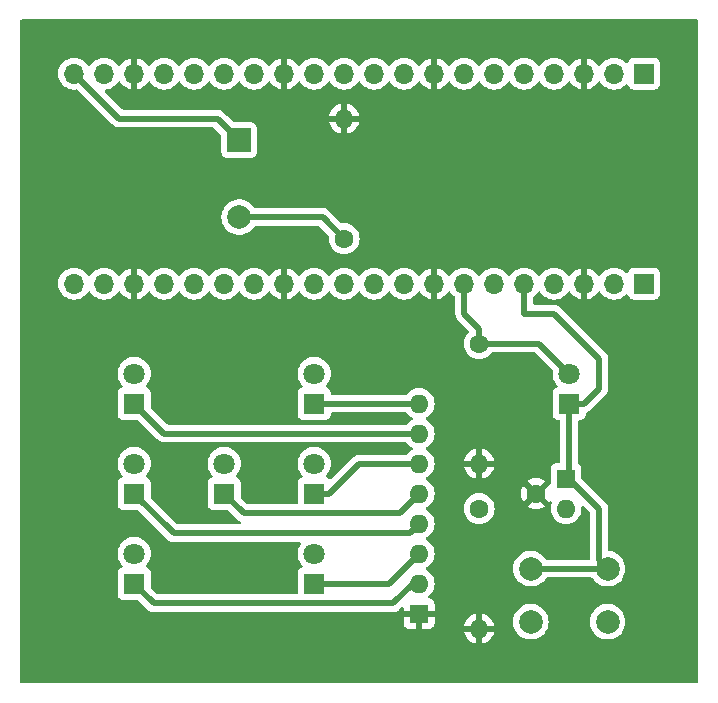
<source format=gbr>
%TF.GenerationSoftware,KiCad,Pcbnew,8.0.2*%
%TF.CreationDate,2024-06-24T20:47:36+02:00*%
%TF.ProjectId,Ampel3,416d7065-6c33-42e6-9b69-6361645f7063,rev?*%
%TF.SameCoordinates,Original*%
%TF.FileFunction,Copper,L2,Bot*%
%TF.FilePolarity,Positive*%
%FSLAX46Y46*%
G04 Gerber Fmt 4.6, Leading zero omitted, Abs format (unit mm)*
G04 Created by KiCad (PCBNEW 8.0.2) date 2024-06-24 20:47:36*
%MOMM*%
%LPD*%
G01*
G04 APERTURE LIST*
%TA.AperFunction,ComponentPad*%
%ADD10C,1.600000*%
%TD*%
%TA.AperFunction,ComponentPad*%
%ADD11O,1.600000X1.600000*%
%TD*%
%TA.AperFunction,ComponentPad*%
%ADD12R,1.600000X1.600000*%
%TD*%
%TA.AperFunction,ComponentPad*%
%ADD13R,2.000000X2.000000*%
%TD*%
%TA.AperFunction,ComponentPad*%
%ADD14C,2.000000*%
%TD*%
%TA.AperFunction,ComponentPad*%
%ADD15R,1.800000X1.800000*%
%TD*%
%TA.AperFunction,ComponentPad*%
%ADD16C,1.800000*%
%TD*%
%TA.AperFunction,ComponentPad*%
%ADD17R,1.700000X1.700000*%
%TD*%
%TA.AperFunction,ComponentPad*%
%ADD18O,1.700000X1.700000*%
%TD*%
%TA.AperFunction,Conductor*%
%ADD19C,0.500000*%
%TD*%
G04 APERTURE END LIST*
D10*
%TO.P,R2,1*%
%TO.N,GP28*%
X89370000Y-77940000D03*
D11*
%TO.P,R2,2*%
%TO.N,GND*%
X89370000Y-88100000D03*
%TD*%
D12*
%TO.P,RN1,1,R1*%
%TO.N,GND*%
X84290000Y-100800000D03*
D11*
%TO.P,RN1,2,R1.2*%
%TO.N,Net-(D3-K)*%
X84290000Y-98260000D03*
%TO.P,RN1,3,R2.2*%
%TO.N,Net-(D7-K)*%
X84290000Y-95720000D03*
%TO.P,RN1,4,R3.2*%
%TO.N,Net-(D2-K)*%
X84290000Y-93180000D03*
%TO.P,RN1,5,R4.2*%
%TO.N,Net-(D4-K)*%
X84290000Y-90640000D03*
%TO.P,RN1,6,R5.2*%
%TO.N,Net-(D6-K)*%
X84290000Y-88100000D03*
%TO.P,RN1,7,R6.2*%
%TO.N,Net-(D1-K)*%
X84290000Y-85560000D03*
%TO.P,RN1,8,R7.2*%
%TO.N,Net-(D5-K)*%
X84290000Y-83020000D03*
%TD*%
D13*
%TO.P,BZ1,1,+*%
%TO.N,GP15*%
X69050000Y-60720000D03*
D14*
%TO.P,BZ1,2,-*%
%TO.N,Net-(BZ1--)*%
X69050000Y-67220000D03*
%TD*%
D15*
%TO.P,D3,1,K*%
%TO.N,Net-(D3-K)*%
X60160000Y-98260000D03*
D16*
%TO.P,D3,2,A*%
%TO.N,GP18*%
X60160000Y-95720000D03*
%TD*%
D15*
%TO.P,T2,1,C*%
%TO.N,+3V3*%
X96990000Y-83020000D03*
D16*
%TO.P,T2,2,E*%
%TO.N,GP28*%
X96990000Y-80480000D03*
%TD*%
D17*
%TO.P,Pico_R1,1,Pin_1*%
%TO.N,unconnected-(Pico_R1-Pin_1-Pad1)*%
X103340000Y-72860000D03*
D18*
%TO.P,Pico_R1,2,Pin_2*%
%TO.N,unconnected-(Pico_R1-Pin_2-Pad2)*%
X100800000Y-72860000D03*
%TO.P,Pico_R1,3,Pin_3*%
%TO.N,GND*%
X98260000Y-72860000D03*
%TO.P,Pico_R1,4,Pin_4*%
%TO.N,unconnected-(Pico_R1-Pin_4-Pad4)*%
X95720000Y-72860000D03*
%TO.P,Pico_R1,5,Pin_5*%
%TO.N,+3V3*%
X93180000Y-72860000D03*
%TO.P,Pico_R1,6,Pin_6*%
%TO.N,unconnected-(Pico_R1-Pin_6-Pad6)*%
X90640000Y-72860000D03*
%TO.P,Pico_R1,7,Pin_7*%
%TO.N,GP28*%
X88100000Y-72860000D03*
%TO.P,Pico_R1,8,Pin_8*%
%TO.N,GND*%
X85560000Y-72860000D03*
%TO.P,Pico_R1,9,Pin_9*%
%TO.N,GP27*%
X83020000Y-72860000D03*
%TO.P,Pico_R1,10,Pin_10*%
%TO.N,GP26*%
X80480000Y-72860000D03*
%TO.P,Pico_R1,11,Pin_11*%
%TO.N,unconnected-(Pico_R1-Pin_11-Pad11)*%
X77940000Y-72860000D03*
%TO.P,Pico_R1,12,Pin_12*%
%TO.N,GP22*%
X75400000Y-72860000D03*
%TO.P,Pico_R1,13,Pin_13*%
%TO.N,GND*%
X72860000Y-72860000D03*
%TO.P,Pico_R1,14,Pin_14*%
%TO.N,GP21*%
X70320000Y-72860000D03*
%TO.P,Pico_R1,15,Pin_15*%
%TO.N,GP20*%
X67780000Y-72860000D03*
%TO.P,Pico_R1,16,Pin_16*%
%TO.N,GP19*%
X65240000Y-72860000D03*
%TO.P,Pico_R1,17,Pin_17*%
%TO.N,GP18*%
X62700000Y-72860000D03*
%TO.P,Pico_R1,18,Pin_18*%
%TO.N,GND*%
X60160000Y-72860000D03*
%TO.P,Pico_R1,19,Pin_19*%
%TO.N,GP17*%
X57620000Y-72860000D03*
%TO.P,Pico_R1,20,Pin_20*%
%TO.N,GP16*%
X55080000Y-72860000D03*
%TD*%
D15*
%TO.P,D2,1,K*%
%TO.N,Net-(D2-K)*%
X60160000Y-90640000D03*
D16*
%TO.P,D2,2,A*%
%TO.N,GP17*%
X60160000Y-88100000D03*
%TD*%
D15*
%TO.P,D5,1,K*%
%TO.N,Net-(D5-K)*%
X75400000Y-83020000D03*
D16*
%TO.P,D5,2,A*%
%TO.N,GP20*%
X75400000Y-80480000D03*
%TD*%
D10*
%TO.P,R3,1*%
%TO.N,Net-(BZ1--)*%
X77940000Y-69050000D03*
D11*
%TO.P,R3,2*%
%TO.N,GND*%
X77940000Y-58890000D03*
%TD*%
D17*
%TO.P,Pico_L1,1,Pin_1*%
%TO.N,unconnected-(Pico_L1-Pin_1-Pad1)*%
X103340000Y-55080000D03*
D18*
%TO.P,Pico_L1,2,Pin_2*%
%TO.N,unconnected-(Pico_L1-Pin_2-Pad2)*%
X100800000Y-55080000D03*
%TO.P,Pico_L1,3,Pin_3*%
%TO.N,GND*%
X98260000Y-55080000D03*
%TO.P,Pico_L1,4,Pin_4*%
%TO.N,unconnected-(Pico_L1-Pin_4-Pad4)*%
X95720000Y-55080000D03*
%TO.P,Pico_L1,5,Pin_5*%
%TO.N,unconnected-(Pico_L1-Pin_5-Pad5)*%
X93180000Y-55080000D03*
%TO.P,Pico_L1,6,Pin_6*%
%TO.N,unconnected-(Pico_L1-Pin_6-Pad6)*%
X90640000Y-55080000D03*
%TO.P,Pico_L1,7,Pin_7*%
%TO.N,unconnected-(Pico_L1-Pin_7-Pad7)*%
X88100000Y-55080000D03*
%TO.P,Pico_L1,8,Pin_8*%
%TO.N,GND*%
X85560000Y-55080000D03*
%TO.P,Pico_L1,9,Pin_9*%
%TO.N,unconnected-(Pico_L1-Pin_9-Pad9)*%
X83020000Y-55080000D03*
%TO.P,Pico_L1,10,Pin_10*%
%TO.N,unconnected-(Pico_L1-Pin_10-Pad10)*%
X80480000Y-55080000D03*
%TO.P,Pico_L1,11,Pin_11*%
%TO.N,unconnected-(Pico_L1-Pin_11-Pad11)*%
X77940000Y-55080000D03*
%TO.P,Pico_L1,12,Pin_12*%
%TO.N,unconnected-(Pico_L1-Pin_12-Pad12)*%
X75400000Y-55080000D03*
%TO.P,Pico_L1,13,Pin_13*%
%TO.N,GND*%
X72860000Y-55080000D03*
%TO.P,Pico_L1,14,Pin_14*%
%TO.N,unconnected-(Pico_L1-Pin_14-Pad14)*%
X70320000Y-55080000D03*
%TO.P,Pico_L1,15,Pin_15*%
%TO.N,unconnected-(Pico_L1-Pin_15-Pad15)*%
X67780000Y-55080000D03*
%TO.P,Pico_L1,16,Pin_16*%
%TO.N,unconnected-(Pico_L1-Pin_16-Pad16)*%
X65240000Y-55080000D03*
%TO.P,Pico_L1,17,Pin_17*%
%TO.N,unconnected-(Pico_L1-Pin_17-Pad17)*%
X62700000Y-55080000D03*
%TO.P,Pico_L1,18,Pin_18*%
%TO.N,GND*%
X60160000Y-55080000D03*
%TO.P,Pico_L1,19,Pin_19*%
%TO.N,unconnected-(Pico_L1-Pin_19-Pad19)*%
X57620000Y-55080000D03*
%TO.P,Pico_L1,20,Pin_20*%
%TO.N,GP15*%
X55080000Y-55080000D03*
%TD*%
D15*
%TO.P,D6,1,K*%
%TO.N,Net-(D6-K)*%
X75400000Y-90640000D03*
D16*
%TO.P,D6,2,A*%
%TO.N,GP21*%
X75400000Y-88100000D03*
%TD*%
D15*
%TO.P,D7,1,K*%
%TO.N,Net-(D7-K)*%
X75400000Y-98260000D03*
D16*
%TO.P,D7,2,A*%
%TO.N,GP22*%
X75400000Y-95720000D03*
%TD*%
D15*
%TO.P,D1,1,K*%
%TO.N,Net-(D1-K)*%
X60160000Y-83020000D03*
D16*
%TO.P,D1,2,A*%
%TO.N,GP16*%
X60160000Y-80480000D03*
%TD*%
D14*
%TO.P,SW1,1,1*%
%TO.N,+3V3*%
X93740000Y-96990000D03*
X100240000Y-96990000D03*
%TO.P,SW1,2,2*%
%TO.N,GP26*%
X93740000Y-101490000D03*
X100240000Y-101490000D03*
%TD*%
D15*
%TO.P,D4,1,K*%
%TO.N,Net-(D4-K)*%
X67780000Y-90640000D03*
D16*
%TO.P,D4,2,A*%
%TO.N,GP19*%
X67780000Y-88100000D03*
%TD*%
D12*
%TO.P,IC1,1,VCC*%
%TO.N,+3V3*%
X96730000Y-89370000D03*
D10*
%TO.P,IC1,2,GND*%
%TO.N,GND*%
X94190000Y-90640000D03*
D11*
%TO.P,IC1,3,VOUT*%
%TO.N,GP27*%
X96730000Y-91910000D03*
%TD*%
D10*
%TO.P,R1,1*%
%TO.N,GP26*%
X89370000Y-91910000D03*
D11*
%TO.P,R1,2*%
%TO.N,GND*%
X89370000Y-102070000D03*
%TD*%
D19*
%TO.N,Net-(D1-K)*%
X60160000Y-83020000D02*
X62700000Y-85560000D01*
X62700000Y-85560000D02*
X84290000Y-85560000D01*
%TO.N,GND*%
X85560000Y-72860000D02*
X85704214Y-72860000D01*
X98260000Y-72860000D02*
X98260000Y-73370000D01*
%TO.N,Net-(D2-K)*%
X60160000Y-90640000D02*
X63499999Y-93979999D01*
X63499999Y-93979999D02*
X83490001Y-93979999D01*
X83490001Y-93979999D02*
X84290000Y-93180000D01*
%TO.N,Net-(D3-K)*%
X83730000Y-98260000D02*
X84290000Y-98260000D01*
X61810000Y-99910000D02*
X82080000Y-99910000D01*
X60160000Y-98260000D02*
X61810000Y-99910000D01*
X82080000Y-99910000D02*
X83730000Y-98260000D01*
%TO.N,Net-(D4-K)*%
X82640000Y-92290000D02*
X84290000Y-90640000D01*
X67780000Y-90640000D02*
X69430000Y-92290000D01*
X69430000Y-92290000D02*
X82640000Y-92290000D01*
%TO.N,Net-(D5-K)*%
X75400000Y-83020000D02*
X84290000Y-83020000D01*
%TO.N,Net-(D6-K)*%
X76670000Y-90640000D02*
X79210000Y-88100000D01*
X79210000Y-88100000D02*
X84290000Y-88100000D01*
X75400000Y-90640000D02*
X76670000Y-90640000D01*
%TO.N,GP28*%
X89370000Y-77940000D02*
X94450000Y-77940000D01*
X88100000Y-72860000D02*
X88100000Y-75400000D01*
X94450000Y-77940000D02*
X96990000Y-80480000D01*
X89370000Y-76670000D02*
X89370000Y-77940000D01*
X88100000Y-75400000D02*
X89370000Y-76670000D01*
%TO.N,Net-(D7-K)*%
X81750000Y-98260000D02*
X84290000Y-95720000D01*
X75400000Y-98260000D02*
X81750000Y-98260000D01*
%TO.N,+3V3*%
X96990000Y-89110000D02*
X96730000Y-89370000D01*
X96990000Y-89370000D02*
X99530000Y-91910000D01*
X93180000Y-72860000D02*
X93180000Y-75400000D01*
X99530000Y-79210000D02*
X99530000Y-81750000D01*
X99530000Y-91910000D02*
X99530000Y-96280000D01*
X100240000Y-96990000D02*
X93740000Y-96990000D01*
X99530000Y-96280000D02*
X100240000Y-96990000D01*
X99530000Y-81750000D02*
X98260000Y-83020000D01*
X96730000Y-89370000D02*
X96990000Y-89370000D01*
X96990000Y-83020000D02*
X96990000Y-89110000D01*
X98260000Y-83020000D02*
X96990000Y-83020000D01*
X95720000Y-75400000D02*
X99530000Y-79210000D01*
X93180000Y-75400000D02*
X95720000Y-75400000D01*
%TO.N,GP15*%
X67220000Y-58890000D02*
X69050000Y-60720000D01*
X55080000Y-55080000D02*
X58890000Y-58890000D01*
X58890000Y-58890000D02*
X67220000Y-58890000D01*
%TO.N,Net-(BZ1--)*%
X76110000Y-67220000D02*
X77940000Y-69050000D01*
X69050000Y-67220000D02*
X76110000Y-67220000D01*
%TD*%
%TA.AperFunction,Conductor*%
%TO.N,GND*%
G36*
X107862539Y-50520185D02*
G01*
X107908294Y-50572989D01*
X107919500Y-50624500D01*
X107919500Y-106578100D01*
X107899815Y-106645139D01*
X107847011Y-106690894D01*
X107795500Y-106702100D01*
X50624500Y-106702100D01*
X50557461Y-106682415D01*
X50511706Y-106629611D01*
X50500500Y-106578100D01*
X50500500Y-80479993D01*
X58754700Y-80479993D01*
X58754700Y-80480006D01*
X58773864Y-80711297D01*
X58773866Y-80711308D01*
X58830842Y-80936300D01*
X58924075Y-81148848D01*
X59051016Y-81343147D01*
X59051019Y-81343151D01*
X59051021Y-81343153D01*
X59145803Y-81446114D01*
X59176724Y-81508767D01*
X59168864Y-81578193D01*
X59124716Y-81632348D01*
X59097906Y-81646277D01*
X59017669Y-81676203D01*
X59017664Y-81676206D01*
X58902455Y-81762452D01*
X58902452Y-81762455D01*
X58816206Y-81877664D01*
X58816202Y-81877671D01*
X58765908Y-82012517D01*
X58765109Y-82019954D01*
X58759501Y-82072123D01*
X58759500Y-82072135D01*
X58759500Y-83967870D01*
X58759501Y-83967876D01*
X58765908Y-84027483D01*
X58816202Y-84162328D01*
X58816206Y-84162335D01*
X58902452Y-84277544D01*
X58902455Y-84277547D01*
X59017664Y-84363793D01*
X59017671Y-84363797D01*
X59152517Y-84414091D01*
X59152516Y-84414091D01*
X59159444Y-84414835D01*
X59212127Y-84420500D01*
X60447769Y-84420499D01*
X60514808Y-84440184D01*
X60535450Y-84456818D01*
X62117048Y-86038415D01*
X62117049Y-86038416D01*
X62221584Y-86142951D01*
X62221585Y-86142952D01*
X62344498Y-86225080D01*
X62344511Y-86225087D01*
X62481082Y-86281656D01*
X62481087Y-86281658D01*
X62481091Y-86281658D01*
X62481092Y-86281659D01*
X62626079Y-86310500D01*
X62626082Y-86310500D01*
X83163337Y-86310500D01*
X83230376Y-86330185D01*
X83264912Y-86363377D01*
X83289954Y-86399141D01*
X83450858Y-86560045D01*
X83450861Y-86560047D01*
X83637266Y-86690568D01*
X83656421Y-86699500D01*
X83695275Y-86717618D01*
X83747714Y-86763791D01*
X83766866Y-86830984D01*
X83746650Y-86897865D01*
X83695275Y-86942382D01*
X83637267Y-86969431D01*
X83637265Y-86969432D01*
X83450858Y-87099954D01*
X83289954Y-87260858D01*
X83264912Y-87296623D01*
X83210335Y-87340248D01*
X83163337Y-87349500D01*
X79136080Y-87349500D01*
X78991092Y-87378340D01*
X78991082Y-87378343D01*
X78854511Y-87434912D01*
X78854498Y-87434919D01*
X78731584Y-87517048D01*
X78731580Y-87517051D01*
X76848052Y-89400579D01*
X76786729Y-89434064D01*
X76717037Y-89429080D01*
X76661105Y-89387209D01*
X76657546Y-89382454D01*
X76657544Y-89382453D01*
X76657544Y-89382452D01*
X76542335Y-89296206D01*
X76542328Y-89296202D01*
X76462094Y-89266277D01*
X76406160Y-89224406D01*
X76381743Y-89158941D01*
X76396595Y-89090668D01*
X76414190Y-89066121D01*
X76508979Y-88963153D01*
X76635924Y-88768849D01*
X76729157Y-88556300D01*
X76786134Y-88331305D01*
X76786435Y-88327671D01*
X76805300Y-88100006D01*
X76805300Y-88099993D01*
X76786135Y-87868702D01*
X76786133Y-87868691D01*
X76729157Y-87643699D01*
X76635924Y-87431151D01*
X76508983Y-87236852D01*
X76508980Y-87236849D01*
X76508979Y-87236847D01*
X76351784Y-87066087D01*
X76351779Y-87066083D01*
X76351777Y-87066081D01*
X76168634Y-86923535D01*
X76168628Y-86923531D01*
X75964504Y-86813064D01*
X75964495Y-86813061D01*
X75744984Y-86737702D01*
X75573282Y-86709050D01*
X75516049Y-86699500D01*
X75283951Y-86699500D01*
X75238164Y-86707140D01*
X75055015Y-86737702D01*
X74835504Y-86813061D01*
X74835495Y-86813064D01*
X74631371Y-86923531D01*
X74631365Y-86923535D01*
X74448222Y-87066081D01*
X74448219Y-87066084D01*
X74291016Y-87236852D01*
X74164075Y-87431151D01*
X74070842Y-87643699D01*
X74013866Y-87868691D01*
X74013864Y-87868702D01*
X73994700Y-88099993D01*
X73994700Y-88100006D01*
X74013864Y-88331297D01*
X74013866Y-88331308D01*
X74070842Y-88556300D01*
X74164075Y-88768848D01*
X74291016Y-88963147D01*
X74291019Y-88963151D01*
X74291021Y-88963153D01*
X74385803Y-89066114D01*
X74416724Y-89128767D01*
X74408864Y-89198193D01*
X74364716Y-89252348D01*
X74337906Y-89266277D01*
X74257669Y-89296203D01*
X74257664Y-89296206D01*
X74142455Y-89382452D01*
X74142452Y-89382455D01*
X74056206Y-89497664D01*
X74056202Y-89497671D01*
X74005908Y-89632517D01*
X74005109Y-89639954D01*
X73999500Y-89692127D01*
X73999500Y-90613797D01*
X73999501Y-91415500D01*
X73979816Y-91482539D01*
X73927013Y-91528294D01*
X73875501Y-91539500D01*
X69792229Y-91539500D01*
X69725190Y-91519815D01*
X69704548Y-91503181D01*
X69216818Y-91015451D01*
X69183333Y-90954128D01*
X69180499Y-90927770D01*
X69180499Y-89692129D01*
X69180498Y-89692123D01*
X69180497Y-89692116D01*
X69174091Y-89632517D01*
X69147407Y-89560974D01*
X69123797Y-89497671D01*
X69123793Y-89497664D01*
X69037547Y-89382455D01*
X69037544Y-89382452D01*
X68922335Y-89296206D01*
X68922328Y-89296202D01*
X68842094Y-89266277D01*
X68786160Y-89224406D01*
X68761743Y-89158941D01*
X68776595Y-89090668D01*
X68794190Y-89066121D01*
X68888979Y-88963153D01*
X69015924Y-88768849D01*
X69109157Y-88556300D01*
X69166134Y-88331305D01*
X69166435Y-88327671D01*
X69185300Y-88100006D01*
X69185300Y-88099993D01*
X69166135Y-87868702D01*
X69166133Y-87868691D01*
X69109157Y-87643699D01*
X69015924Y-87431151D01*
X68888983Y-87236852D01*
X68888980Y-87236849D01*
X68888979Y-87236847D01*
X68731784Y-87066087D01*
X68731779Y-87066083D01*
X68731777Y-87066081D01*
X68548634Y-86923535D01*
X68548628Y-86923531D01*
X68344504Y-86813064D01*
X68344495Y-86813061D01*
X68124984Y-86737702D01*
X67953282Y-86709050D01*
X67896049Y-86699500D01*
X67663951Y-86699500D01*
X67618164Y-86707140D01*
X67435015Y-86737702D01*
X67215504Y-86813061D01*
X67215495Y-86813064D01*
X67011371Y-86923531D01*
X67011365Y-86923535D01*
X66828222Y-87066081D01*
X66828219Y-87066084D01*
X66671016Y-87236852D01*
X66544075Y-87431151D01*
X66450842Y-87643699D01*
X66393866Y-87868691D01*
X66393864Y-87868702D01*
X66374700Y-88099993D01*
X66374700Y-88100006D01*
X66393864Y-88331297D01*
X66393866Y-88331308D01*
X66450842Y-88556300D01*
X66544075Y-88768848D01*
X66671016Y-88963147D01*
X66671019Y-88963151D01*
X66671021Y-88963153D01*
X66765803Y-89066114D01*
X66796724Y-89128767D01*
X66788864Y-89198193D01*
X66744716Y-89252348D01*
X66717906Y-89266277D01*
X66637669Y-89296203D01*
X66637664Y-89296206D01*
X66522455Y-89382452D01*
X66522452Y-89382455D01*
X66436206Y-89497664D01*
X66436202Y-89497671D01*
X66385908Y-89632517D01*
X66385109Y-89639954D01*
X66379501Y-89692123D01*
X66379500Y-89692135D01*
X66379500Y-91587870D01*
X66379501Y-91587876D01*
X66385908Y-91647483D01*
X66436202Y-91782328D01*
X66436206Y-91782335D01*
X66522452Y-91897544D01*
X66522455Y-91897547D01*
X66637664Y-91983793D01*
X66637671Y-91983797D01*
X66772517Y-92034091D01*
X66772516Y-92034091D01*
X66779444Y-92034835D01*
X66832127Y-92040500D01*
X68067769Y-92040499D01*
X68134808Y-92060184D01*
X68155450Y-92076818D01*
X68847048Y-92768415D01*
X68847049Y-92768416D01*
X68951584Y-92872951D01*
X68951585Y-92872952D01*
X69074498Y-92955080D01*
X69074511Y-92955087D01*
X69161064Y-92990938D01*
X69215468Y-93034779D01*
X69237533Y-93101073D01*
X69220254Y-93168772D01*
X69169117Y-93216383D01*
X69113612Y-93229499D01*
X63862229Y-93229499D01*
X63795190Y-93209814D01*
X63774548Y-93193180D01*
X61596818Y-91015450D01*
X61563333Y-90954127D01*
X61560499Y-90927769D01*
X61560499Y-89692129D01*
X61560498Y-89692123D01*
X61560497Y-89692116D01*
X61554091Y-89632517D01*
X61527407Y-89560974D01*
X61503797Y-89497671D01*
X61503793Y-89497664D01*
X61417547Y-89382455D01*
X61417544Y-89382452D01*
X61302335Y-89296206D01*
X61302328Y-89296202D01*
X61222094Y-89266277D01*
X61166160Y-89224406D01*
X61141743Y-89158941D01*
X61156595Y-89090668D01*
X61174190Y-89066121D01*
X61268979Y-88963153D01*
X61395924Y-88768849D01*
X61489157Y-88556300D01*
X61546134Y-88331305D01*
X61546435Y-88327671D01*
X61565300Y-88100006D01*
X61565300Y-88099993D01*
X61546135Y-87868702D01*
X61546133Y-87868691D01*
X61489157Y-87643699D01*
X61395924Y-87431151D01*
X61268983Y-87236852D01*
X61268980Y-87236849D01*
X61268979Y-87236847D01*
X61111784Y-87066087D01*
X61111779Y-87066083D01*
X61111777Y-87066081D01*
X60928634Y-86923535D01*
X60928628Y-86923531D01*
X60724504Y-86813064D01*
X60724495Y-86813061D01*
X60504984Y-86737702D01*
X60333282Y-86709050D01*
X60276049Y-86699500D01*
X60043951Y-86699500D01*
X59998164Y-86707140D01*
X59815015Y-86737702D01*
X59595504Y-86813061D01*
X59595495Y-86813064D01*
X59391371Y-86923531D01*
X59391365Y-86923535D01*
X59208222Y-87066081D01*
X59208219Y-87066084D01*
X59051016Y-87236852D01*
X58924075Y-87431151D01*
X58830842Y-87643699D01*
X58773866Y-87868691D01*
X58773864Y-87868702D01*
X58754700Y-88099993D01*
X58754700Y-88100006D01*
X58773864Y-88331297D01*
X58773866Y-88331308D01*
X58830842Y-88556300D01*
X58924075Y-88768848D01*
X59051016Y-88963147D01*
X59051019Y-88963151D01*
X59051021Y-88963153D01*
X59145803Y-89066114D01*
X59176724Y-89128767D01*
X59168864Y-89198193D01*
X59124716Y-89252348D01*
X59097906Y-89266277D01*
X59017669Y-89296203D01*
X59017664Y-89296206D01*
X58902455Y-89382452D01*
X58902452Y-89382455D01*
X58816206Y-89497664D01*
X58816202Y-89497671D01*
X58765908Y-89632517D01*
X58765109Y-89639954D01*
X58759501Y-89692123D01*
X58759500Y-89692135D01*
X58759500Y-91587870D01*
X58759501Y-91587876D01*
X58765908Y-91647483D01*
X58816202Y-91782328D01*
X58816206Y-91782335D01*
X58902452Y-91897544D01*
X58902455Y-91897547D01*
X59017664Y-91983793D01*
X59017671Y-91983797D01*
X59152517Y-92034091D01*
X59152516Y-92034091D01*
X59159444Y-92034835D01*
X59212127Y-92040500D01*
X60447769Y-92040499D01*
X60514808Y-92060184D01*
X60535450Y-92076818D01*
X63021585Y-94562953D01*
X63048005Y-94580605D01*
X63061216Y-94589432D01*
X63144504Y-94645083D01*
X63144505Y-94645083D01*
X63144506Y-94645084D01*
X63281081Y-94701655D01*
X63281086Y-94701657D01*
X63281090Y-94701657D01*
X63281091Y-94701658D01*
X63426078Y-94730499D01*
X63426081Y-94730499D01*
X63426082Y-94730499D01*
X63573916Y-94730499D01*
X74144436Y-94730499D01*
X74211475Y-94750184D01*
X74257230Y-94802988D01*
X74267174Y-94872146D01*
X74248245Y-94922320D01*
X74164075Y-95051151D01*
X74070842Y-95263699D01*
X74013866Y-95488691D01*
X74013864Y-95488702D01*
X73994700Y-95719993D01*
X73994700Y-95720006D01*
X74013864Y-95951297D01*
X74013866Y-95951308D01*
X74070842Y-96176300D01*
X74164075Y-96388848D01*
X74291016Y-96583147D01*
X74291019Y-96583151D01*
X74291021Y-96583153D01*
X74385803Y-96686114D01*
X74416724Y-96748767D01*
X74408864Y-96818193D01*
X74364716Y-96872348D01*
X74337906Y-96886277D01*
X74257669Y-96916203D01*
X74257664Y-96916206D01*
X74142455Y-97002452D01*
X74142452Y-97002455D01*
X74056206Y-97117664D01*
X74056202Y-97117671D01*
X74005908Y-97252517D01*
X74005109Y-97259954D01*
X73999501Y-97312123D01*
X73999500Y-97312135D01*
X73999501Y-99035500D01*
X73979816Y-99102539D01*
X73927013Y-99148294D01*
X73875501Y-99159500D01*
X62172229Y-99159500D01*
X62105190Y-99139815D01*
X62084548Y-99123181D01*
X61596818Y-98635451D01*
X61563333Y-98574128D01*
X61560499Y-98547770D01*
X61560499Y-97312129D01*
X61560498Y-97312123D01*
X61560497Y-97312116D01*
X61554091Y-97252517D01*
X61548606Y-97237812D01*
X61503797Y-97117671D01*
X61503793Y-97117664D01*
X61417547Y-97002455D01*
X61417544Y-97002452D01*
X61302335Y-96916206D01*
X61302328Y-96916202D01*
X61222094Y-96886277D01*
X61166160Y-96844406D01*
X61141743Y-96778941D01*
X61156595Y-96710668D01*
X61174190Y-96686121D01*
X61268979Y-96583153D01*
X61395924Y-96388849D01*
X61489157Y-96176300D01*
X61546134Y-95951305D01*
X61546516Y-95946697D01*
X61565300Y-95720006D01*
X61565300Y-95719993D01*
X61546135Y-95488702D01*
X61546133Y-95488691D01*
X61489157Y-95263699D01*
X61395924Y-95051151D01*
X61268983Y-94856852D01*
X61268980Y-94856849D01*
X61268979Y-94856847D01*
X61111784Y-94686087D01*
X61111779Y-94686083D01*
X61111777Y-94686081D01*
X60928634Y-94543535D01*
X60928628Y-94543531D01*
X60724504Y-94433064D01*
X60724495Y-94433061D01*
X60504984Y-94357702D01*
X60333282Y-94329050D01*
X60276049Y-94319500D01*
X60043951Y-94319500D01*
X59998164Y-94327140D01*
X59815015Y-94357702D01*
X59595504Y-94433061D01*
X59595495Y-94433064D01*
X59391371Y-94543531D01*
X59391365Y-94543535D01*
X59208222Y-94686081D01*
X59208219Y-94686084D01*
X59051016Y-94856852D01*
X58924075Y-95051151D01*
X58830842Y-95263699D01*
X58773866Y-95488691D01*
X58773864Y-95488702D01*
X58754700Y-95719993D01*
X58754700Y-95720006D01*
X58773864Y-95951297D01*
X58773866Y-95951308D01*
X58830842Y-96176300D01*
X58924075Y-96388848D01*
X59051016Y-96583147D01*
X59051019Y-96583151D01*
X59051021Y-96583153D01*
X59145803Y-96686114D01*
X59176724Y-96748767D01*
X59168864Y-96818193D01*
X59124716Y-96872348D01*
X59097906Y-96886277D01*
X59017669Y-96916203D01*
X59017664Y-96916206D01*
X58902455Y-97002452D01*
X58902452Y-97002455D01*
X58816206Y-97117664D01*
X58816202Y-97117671D01*
X58765908Y-97252517D01*
X58765109Y-97259954D01*
X58759501Y-97312123D01*
X58759500Y-97312135D01*
X58759500Y-99207870D01*
X58759501Y-99207876D01*
X58765908Y-99267483D01*
X58816202Y-99402328D01*
X58816206Y-99402335D01*
X58902452Y-99517544D01*
X58902455Y-99517547D01*
X59017664Y-99603793D01*
X59017671Y-99603797D01*
X59152517Y-99654091D01*
X59152516Y-99654091D01*
X59159444Y-99654835D01*
X59212127Y-99660500D01*
X60447769Y-99660499D01*
X60514808Y-99680184D01*
X60535450Y-99696818D01*
X61331580Y-100492948D01*
X61331584Y-100492951D01*
X61454498Y-100575080D01*
X61454511Y-100575087D01*
X61591082Y-100631656D01*
X61591087Y-100631658D01*
X61591091Y-100631658D01*
X61591092Y-100631659D01*
X61736079Y-100660500D01*
X61736082Y-100660500D01*
X82153920Y-100660500D01*
X82251462Y-100641096D01*
X82298913Y-100631658D01*
X82435495Y-100575084D01*
X82484729Y-100542186D01*
X82558416Y-100492952D01*
X82778320Y-100273047D01*
X82839642Y-100239563D01*
X82909333Y-100244547D01*
X82965267Y-100286418D01*
X82989684Y-100351883D01*
X82990000Y-100360729D01*
X82990000Y-100550000D01*
X83974314Y-100550000D01*
X83969920Y-100554394D01*
X83917259Y-100645606D01*
X83890000Y-100747339D01*
X83890000Y-100852661D01*
X83917259Y-100954394D01*
X83969920Y-101045606D01*
X83974314Y-101050000D01*
X82990000Y-101050000D01*
X82990000Y-101647844D01*
X82996401Y-101707372D01*
X82996403Y-101707379D01*
X83046645Y-101842086D01*
X83046649Y-101842093D01*
X83132809Y-101957187D01*
X83132812Y-101957190D01*
X83247906Y-102043350D01*
X83247913Y-102043354D01*
X83382620Y-102093596D01*
X83382627Y-102093598D01*
X83442155Y-102099999D01*
X83442172Y-102100000D01*
X84040000Y-102100000D01*
X84040000Y-101115686D01*
X84044394Y-101120080D01*
X84135606Y-101172741D01*
X84237339Y-101200000D01*
X84342661Y-101200000D01*
X84444394Y-101172741D01*
X84535606Y-101120080D01*
X84540000Y-101115686D01*
X84540000Y-102100000D01*
X85137828Y-102100000D01*
X85137844Y-102099999D01*
X85197372Y-102093598D01*
X85197379Y-102093596D01*
X85332086Y-102043354D01*
X85332093Y-102043350D01*
X85447187Y-101957190D01*
X85447190Y-101957187D01*
X85533350Y-101842093D01*
X85533354Y-101842086D01*
X85541592Y-101819999D01*
X88091127Y-101819999D01*
X88091128Y-101820000D01*
X89054314Y-101820000D01*
X89049920Y-101824394D01*
X88997259Y-101915606D01*
X88970000Y-102017339D01*
X88970000Y-102122661D01*
X88997259Y-102224394D01*
X89049920Y-102315606D01*
X89054314Y-102320000D01*
X88091128Y-102320000D01*
X88143730Y-102516317D01*
X88143734Y-102516326D01*
X88239865Y-102722482D01*
X88370342Y-102908820D01*
X88531179Y-103069657D01*
X88717517Y-103200134D01*
X88923673Y-103296265D01*
X88923682Y-103296269D01*
X89119999Y-103348872D01*
X89120000Y-103348871D01*
X89120000Y-102385686D01*
X89124394Y-102390080D01*
X89215606Y-102442741D01*
X89317339Y-102470000D01*
X89422661Y-102470000D01*
X89524394Y-102442741D01*
X89615606Y-102390080D01*
X89620000Y-102385686D01*
X89620000Y-103348872D01*
X89816317Y-103296269D01*
X89816326Y-103296265D01*
X90022482Y-103200134D01*
X90208820Y-103069657D01*
X90369657Y-102908820D01*
X90500134Y-102722482D01*
X90596265Y-102516326D01*
X90596269Y-102516317D01*
X90648872Y-102320000D01*
X89685686Y-102320000D01*
X89690080Y-102315606D01*
X89742741Y-102224394D01*
X89770000Y-102122661D01*
X89770000Y-102017339D01*
X89742741Y-101915606D01*
X89690080Y-101824394D01*
X89685686Y-101820000D01*
X90648872Y-101820000D01*
X90648872Y-101819999D01*
X90596269Y-101623682D01*
X90596265Y-101623673D01*
X90533930Y-101489994D01*
X92234357Y-101489994D01*
X92234357Y-101490005D01*
X92254890Y-101737812D01*
X92254892Y-101737824D01*
X92315936Y-101978881D01*
X92415826Y-102206606D01*
X92551833Y-102414782D01*
X92551836Y-102414785D01*
X92720256Y-102597738D01*
X92916491Y-102750474D01*
X93135190Y-102868828D01*
X93370386Y-102949571D01*
X93615665Y-102990500D01*
X93864335Y-102990500D01*
X94109614Y-102949571D01*
X94344810Y-102868828D01*
X94563509Y-102750474D01*
X94759744Y-102597738D01*
X94928164Y-102414785D01*
X95064173Y-102206607D01*
X95164063Y-101978881D01*
X95225108Y-101737821D01*
X95225109Y-101737812D01*
X95245643Y-101490005D01*
X95245643Y-101489994D01*
X98734357Y-101489994D01*
X98734357Y-101490005D01*
X98754890Y-101737812D01*
X98754892Y-101737824D01*
X98815936Y-101978881D01*
X98915826Y-102206606D01*
X99051833Y-102414782D01*
X99051836Y-102414785D01*
X99220256Y-102597738D01*
X99416491Y-102750474D01*
X99635190Y-102868828D01*
X99870386Y-102949571D01*
X100115665Y-102990500D01*
X100364335Y-102990500D01*
X100609614Y-102949571D01*
X100844810Y-102868828D01*
X101063509Y-102750474D01*
X101259744Y-102597738D01*
X101428164Y-102414785D01*
X101564173Y-102206607D01*
X101664063Y-101978881D01*
X101725108Y-101737821D01*
X101725109Y-101737812D01*
X101745643Y-101490005D01*
X101745643Y-101489994D01*
X101725109Y-101242187D01*
X101725107Y-101242175D01*
X101664063Y-101001118D01*
X101564173Y-100773393D01*
X101428166Y-100565217D01*
X101361639Y-100492950D01*
X101259744Y-100382262D01*
X101063509Y-100229526D01*
X101063507Y-100229525D01*
X101063506Y-100229524D01*
X100844811Y-100111172D01*
X100844802Y-100111169D01*
X100609616Y-100030429D01*
X100364335Y-99989500D01*
X100115665Y-99989500D01*
X99870383Y-100030429D01*
X99635197Y-100111169D01*
X99635188Y-100111172D01*
X99416493Y-100229524D01*
X99220257Y-100382261D01*
X99051833Y-100565217D01*
X98915826Y-100773393D01*
X98815936Y-101001118D01*
X98754892Y-101242175D01*
X98754890Y-101242187D01*
X98734357Y-101489994D01*
X95245643Y-101489994D01*
X95225109Y-101242187D01*
X95225107Y-101242175D01*
X95164063Y-101001118D01*
X95064173Y-100773393D01*
X94928166Y-100565217D01*
X94861639Y-100492950D01*
X94759744Y-100382262D01*
X94563509Y-100229526D01*
X94563507Y-100229525D01*
X94563506Y-100229524D01*
X94344811Y-100111172D01*
X94344802Y-100111169D01*
X94109616Y-100030429D01*
X93864335Y-99989500D01*
X93615665Y-99989500D01*
X93370383Y-100030429D01*
X93135197Y-100111169D01*
X93135188Y-100111172D01*
X92916493Y-100229524D01*
X92720257Y-100382261D01*
X92551833Y-100565217D01*
X92415826Y-100773393D01*
X92315936Y-101001118D01*
X92254892Y-101242175D01*
X92254890Y-101242187D01*
X92234357Y-101489994D01*
X90533930Y-101489994D01*
X90500134Y-101417517D01*
X90369657Y-101231179D01*
X90208820Y-101070342D01*
X90022482Y-100939865D01*
X89816328Y-100843734D01*
X89620000Y-100791127D01*
X89620000Y-101754314D01*
X89615606Y-101749920D01*
X89524394Y-101697259D01*
X89422661Y-101670000D01*
X89317339Y-101670000D01*
X89215606Y-101697259D01*
X89124394Y-101749920D01*
X89120000Y-101754314D01*
X89120000Y-100791127D01*
X88923671Y-100843734D01*
X88717517Y-100939865D01*
X88531179Y-101070342D01*
X88370342Y-101231179D01*
X88239865Y-101417517D01*
X88143734Y-101623673D01*
X88143730Y-101623682D01*
X88091127Y-101819999D01*
X85541592Y-101819999D01*
X85583596Y-101707379D01*
X85583598Y-101707372D01*
X85589999Y-101647844D01*
X85590000Y-101647827D01*
X85590000Y-101050000D01*
X84605686Y-101050000D01*
X84610080Y-101045606D01*
X84662741Y-100954394D01*
X84690000Y-100852661D01*
X84690000Y-100747339D01*
X84662741Y-100645606D01*
X84610080Y-100554394D01*
X84605686Y-100550000D01*
X85590000Y-100550000D01*
X85590000Y-99952172D01*
X85589999Y-99952155D01*
X85583598Y-99892627D01*
X85583596Y-99892620D01*
X85533354Y-99757913D01*
X85533350Y-99757906D01*
X85447190Y-99642812D01*
X85447187Y-99642809D01*
X85332093Y-99556649D01*
X85332086Y-99556645D01*
X85197379Y-99506403D01*
X85197373Y-99506401D01*
X85161778Y-99502574D01*
X85097228Y-99475835D01*
X85057381Y-99418441D01*
X85054888Y-99348616D01*
X85090542Y-99288528D01*
X85103908Y-99277713D01*
X85129139Y-99260047D01*
X85290047Y-99099139D01*
X85420568Y-98912734D01*
X85516739Y-98706496D01*
X85575635Y-98486692D01*
X85595468Y-98260000D01*
X85575635Y-98033308D01*
X85516739Y-97813504D01*
X85420568Y-97607266D01*
X85290047Y-97420861D01*
X85290045Y-97420858D01*
X85129141Y-97259954D01*
X84942734Y-97129432D01*
X84942728Y-97129429D01*
X84884725Y-97102382D01*
X84832285Y-97056210D01*
X84813133Y-96989017D01*
X84833348Y-96922135D01*
X84884725Y-96877618D01*
X84942734Y-96850568D01*
X85129139Y-96720047D01*
X85290047Y-96559139D01*
X85420568Y-96372734D01*
X85516739Y-96166496D01*
X85575635Y-95946692D01*
X85594635Y-95729524D01*
X85595468Y-95720001D01*
X85595468Y-95719998D01*
X85585947Y-95611172D01*
X85575635Y-95493308D01*
X85516739Y-95273504D01*
X85420568Y-95067266D01*
X85290047Y-94880861D01*
X85290045Y-94880858D01*
X85129141Y-94719954D01*
X84942735Y-94589433D01*
X84942734Y-94589432D01*
X84884724Y-94562381D01*
X84832285Y-94516210D01*
X84813133Y-94449017D01*
X84833348Y-94382135D01*
X84884725Y-94337618D01*
X84942734Y-94310568D01*
X85129139Y-94180047D01*
X85290047Y-94019139D01*
X85420568Y-93832734D01*
X85516739Y-93626496D01*
X85575635Y-93406692D01*
X85595468Y-93180000D01*
X85575635Y-92953308D01*
X85516739Y-92733504D01*
X85420568Y-92527266D01*
X85290047Y-92340861D01*
X85290045Y-92340858D01*
X85129141Y-92179954D01*
X84942734Y-92049432D01*
X84942728Y-92049429D01*
X84884725Y-92022382D01*
X84832285Y-91976210D01*
X84813413Y-91909998D01*
X88064532Y-91909998D01*
X88064532Y-91910001D01*
X88084364Y-92136686D01*
X88084366Y-92136697D01*
X88143258Y-92356488D01*
X88143261Y-92356497D01*
X88239431Y-92562732D01*
X88239432Y-92562734D01*
X88369954Y-92749141D01*
X88530858Y-92910045D01*
X88530861Y-92910047D01*
X88717266Y-93040568D01*
X88923504Y-93136739D01*
X89143308Y-93195635D01*
X89305230Y-93209801D01*
X89369998Y-93215468D01*
X89370000Y-93215468D01*
X89370002Y-93215468D01*
X89434625Y-93209814D01*
X89596692Y-93195635D01*
X89816496Y-93136739D01*
X90022734Y-93040568D01*
X90209139Y-92910047D01*
X90370047Y-92749139D01*
X90500568Y-92562734D01*
X90596739Y-92356496D01*
X90655635Y-92136692D01*
X90675468Y-91910000D01*
X90674378Y-91897546D01*
X90663231Y-91770132D01*
X90655635Y-91683308D01*
X90596739Y-91463504D01*
X90500568Y-91257266D01*
X90370047Y-91070861D01*
X90370045Y-91070858D01*
X90209141Y-90909954D01*
X90022734Y-90779432D01*
X90022732Y-90779431D01*
X89816497Y-90683261D01*
X89816488Y-90683258D01*
X89596697Y-90624366D01*
X89596693Y-90624365D01*
X89596692Y-90624365D01*
X89596691Y-90624364D01*
X89596686Y-90624364D01*
X89370002Y-90604532D01*
X89369998Y-90604532D01*
X89143313Y-90624364D01*
X89143302Y-90624366D01*
X88923511Y-90683258D01*
X88923502Y-90683261D01*
X88717267Y-90779431D01*
X88717265Y-90779432D01*
X88530858Y-90909954D01*
X88369954Y-91070858D01*
X88239435Y-91257262D01*
X88239432Y-91257266D01*
X88143261Y-91463502D01*
X88143258Y-91463511D01*
X88084366Y-91683302D01*
X88084364Y-91683313D01*
X88064532Y-91909998D01*
X84813413Y-91909998D01*
X84813133Y-91909017D01*
X84833348Y-91842135D01*
X84884725Y-91797618D01*
X84942734Y-91770568D01*
X85129139Y-91640047D01*
X85290047Y-91479139D01*
X85420568Y-91292734D01*
X85516739Y-91086496D01*
X85575635Y-90866692D01*
X85593360Y-90664091D01*
X85595468Y-90640001D01*
X85595468Y-90639998D01*
X85589801Y-90575230D01*
X85575635Y-90413308D01*
X85516739Y-90193504D01*
X85420568Y-89987266D01*
X85290047Y-89800861D01*
X85290045Y-89800858D01*
X85129141Y-89639954D01*
X84942734Y-89509432D01*
X84942728Y-89509429D01*
X84884725Y-89482382D01*
X84832285Y-89436210D01*
X84813133Y-89369017D01*
X84833348Y-89302135D01*
X84884725Y-89257618D01*
X84942734Y-89230568D01*
X85129139Y-89100047D01*
X85290047Y-88939139D01*
X85420568Y-88752734D01*
X85516739Y-88546496D01*
X85575635Y-88326692D01*
X85594214Y-88114331D01*
X85595468Y-88100001D01*
X85595468Y-88099998D01*
X85575635Y-87873313D01*
X85575635Y-87873308D01*
X85569389Y-87849999D01*
X88091127Y-87849999D01*
X88091128Y-87850000D01*
X89054314Y-87850000D01*
X89049920Y-87854394D01*
X88997259Y-87945606D01*
X88970000Y-88047339D01*
X88970000Y-88152661D01*
X88997259Y-88254394D01*
X89049920Y-88345606D01*
X89054314Y-88350000D01*
X88091128Y-88350000D01*
X88143730Y-88546317D01*
X88143734Y-88546326D01*
X88239865Y-88752482D01*
X88370342Y-88938820D01*
X88531179Y-89099657D01*
X88717517Y-89230134D01*
X88923673Y-89326265D01*
X88923682Y-89326269D01*
X89119999Y-89378872D01*
X89120000Y-89378871D01*
X89120000Y-88415686D01*
X89124394Y-88420080D01*
X89215606Y-88472741D01*
X89317339Y-88500000D01*
X89422661Y-88500000D01*
X89524394Y-88472741D01*
X89615606Y-88420080D01*
X89620000Y-88415686D01*
X89620000Y-89378872D01*
X89816317Y-89326269D01*
X89816326Y-89326265D01*
X90022482Y-89230134D01*
X90208820Y-89099657D01*
X90369657Y-88938820D01*
X90500134Y-88752482D01*
X90596265Y-88546326D01*
X90596269Y-88546317D01*
X90648872Y-88350000D01*
X89685686Y-88350000D01*
X89690080Y-88345606D01*
X89742741Y-88254394D01*
X89770000Y-88152661D01*
X89770000Y-88047339D01*
X89742741Y-87945606D01*
X89690080Y-87854394D01*
X89685686Y-87850000D01*
X90648872Y-87850000D01*
X90648872Y-87849999D01*
X90596269Y-87653682D01*
X90596265Y-87653673D01*
X90500134Y-87447517D01*
X90369657Y-87261179D01*
X90208820Y-87100342D01*
X90022482Y-86969865D01*
X89816328Y-86873734D01*
X89620000Y-86821127D01*
X89620000Y-87784314D01*
X89615606Y-87779920D01*
X89524394Y-87727259D01*
X89422661Y-87700000D01*
X89317339Y-87700000D01*
X89215606Y-87727259D01*
X89124394Y-87779920D01*
X89120000Y-87784314D01*
X89120000Y-86821127D01*
X88923671Y-86873734D01*
X88717517Y-86969865D01*
X88531179Y-87100342D01*
X88370342Y-87261179D01*
X88239865Y-87447517D01*
X88143734Y-87653673D01*
X88143730Y-87653682D01*
X88091127Y-87849999D01*
X85569389Y-87849999D01*
X85516739Y-87653504D01*
X85420568Y-87447266D01*
X85290047Y-87260861D01*
X85290045Y-87260858D01*
X85129141Y-87099954D01*
X84942734Y-86969432D01*
X84942728Y-86969429D01*
X84884725Y-86942382D01*
X84832285Y-86896210D01*
X84813133Y-86829017D01*
X84833348Y-86762135D01*
X84884725Y-86717618D01*
X84942734Y-86690568D01*
X85129139Y-86560047D01*
X85290047Y-86399139D01*
X85420568Y-86212734D01*
X85516739Y-86006496D01*
X85575635Y-85786692D01*
X85595468Y-85560000D01*
X85575635Y-85333308D01*
X85516739Y-85113504D01*
X85420568Y-84907266D01*
X85290047Y-84720861D01*
X85290045Y-84720858D01*
X85129141Y-84559954D01*
X84942734Y-84429432D01*
X84942728Y-84429429D01*
X84884725Y-84402382D01*
X84832285Y-84356210D01*
X84813133Y-84289017D01*
X84833348Y-84222135D01*
X84884725Y-84177618D01*
X84942734Y-84150568D01*
X85129139Y-84020047D01*
X85290047Y-83859139D01*
X85420568Y-83672734D01*
X85516739Y-83466496D01*
X85575635Y-83246692D01*
X85595468Y-83020000D01*
X85575635Y-82793308D01*
X85516739Y-82573504D01*
X85420568Y-82367266D01*
X85290047Y-82180861D01*
X85290045Y-82180858D01*
X85129141Y-82019954D01*
X84942734Y-81889432D01*
X84942732Y-81889431D01*
X84736497Y-81793261D01*
X84736488Y-81793258D01*
X84516697Y-81734366D01*
X84516693Y-81734365D01*
X84516692Y-81734365D01*
X84516691Y-81734364D01*
X84516686Y-81734364D01*
X84290002Y-81714532D01*
X84289998Y-81714532D01*
X84063313Y-81734364D01*
X84063302Y-81734366D01*
X83843511Y-81793258D01*
X83843502Y-81793261D01*
X83637267Y-81889431D01*
X83637265Y-81889432D01*
X83450858Y-82019954D01*
X83289954Y-82180858D01*
X83264912Y-82216623D01*
X83210335Y-82260248D01*
X83163337Y-82269500D01*
X76924499Y-82269500D01*
X76857460Y-82249815D01*
X76811705Y-82197011D01*
X76800499Y-82145500D01*
X76800499Y-82072129D01*
X76800498Y-82072123D01*
X76800497Y-82072116D01*
X76794091Y-82012517D01*
X76777829Y-81968917D01*
X76743797Y-81877671D01*
X76743793Y-81877664D01*
X76657547Y-81762455D01*
X76657544Y-81762452D01*
X76542335Y-81676206D01*
X76542328Y-81676202D01*
X76462094Y-81646277D01*
X76406160Y-81604406D01*
X76381743Y-81538941D01*
X76396595Y-81470668D01*
X76414190Y-81446121D01*
X76508979Y-81343153D01*
X76635924Y-81148849D01*
X76729157Y-80936300D01*
X76786134Y-80711305D01*
X76805300Y-80480000D01*
X76805300Y-80479993D01*
X76786135Y-80248702D01*
X76786133Y-80248691D01*
X76729157Y-80023699D01*
X76635924Y-79811151D01*
X76508983Y-79616852D01*
X76508980Y-79616849D01*
X76508979Y-79616847D01*
X76351784Y-79446087D01*
X76351779Y-79446083D01*
X76351777Y-79446081D01*
X76168634Y-79303535D01*
X76168628Y-79303531D01*
X75964504Y-79193064D01*
X75964495Y-79193061D01*
X75744984Y-79117702D01*
X75573282Y-79089050D01*
X75516049Y-79079500D01*
X75283951Y-79079500D01*
X75238164Y-79087140D01*
X75055015Y-79117702D01*
X74835504Y-79193061D01*
X74835495Y-79193064D01*
X74631371Y-79303531D01*
X74631365Y-79303535D01*
X74448222Y-79446081D01*
X74448219Y-79446084D01*
X74291016Y-79616852D01*
X74164075Y-79811151D01*
X74070842Y-80023699D01*
X74013866Y-80248691D01*
X74013864Y-80248702D01*
X73994700Y-80479993D01*
X73994700Y-80480006D01*
X74013864Y-80711297D01*
X74013866Y-80711308D01*
X74070842Y-80936300D01*
X74164075Y-81148848D01*
X74291016Y-81343147D01*
X74291019Y-81343151D01*
X74291021Y-81343153D01*
X74385803Y-81446114D01*
X74416724Y-81508767D01*
X74408864Y-81578193D01*
X74364716Y-81632348D01*
X74337906Y-81646277D01*
X74257669Y-81676203D01*
X74257664Y-81676206D01*
X74142455Y-81762452D01*
X74142452Y-81762455D01*
X74056206Y-81877664D01*
X74056202Y-81877671D01*
X74005908Y-82012517D01*
X74005109Y-82019954D01*
X73999501Y-82072123D01*
X73999500Y-82072135D01*
X73999500Y-83967870D01*
X73999501Y-83967876D01*
X74005908Y-84027483D01*
X74056202Y-84162328D01*
X74056206Y-84162335D01*
X74142452Y-84277544D01*
X74142455Y-84277547D01*
X74257664Y-84363793D01*
X74257671Y-84363797D01*
X74392517Y-84414091D01*
X74392516Y-84414091D01*
X74399444Y-84414835D01*
X74452127Y-84420500D01*
X76347872Y-84420499D01*
X76407483Y-84414091D01*
X76542331Y-84363796D01*
X76657546Y-84277546D01*
X76743796Y-84162331D01*
X76794091Y-84027483D01*
X76800500Y-83967873D01*
X76800500Y-83894500D01*
X76820185Y-83827461D01*
X76872989Y-83781706D01*
X76924500Y-83770500D01*
X83163337Y-83770500D01*
X83230376Y-83790185D01*
X83264912Y-83823377D01*
X83289954Y-83859141D01*
X83450858Y-84020045D01*
X83450861Y-84020047D01*
X83637266Y-84150568D01*
X83695275Y-84177618D01*
X83747714Y-84223791D01*
X83766866Y-84290984D01*
X83746650Y-84357865D01*
X83695275Y-84402382D01*
X83637267Y-84429431D01*
X83637265Y-84429432D01*
X83450858Y-84559954D01*
X83289954Y-84720858D01*
X83264912Y-84756623D01*
X83210335Y-84800248D01*
X83163337Y-84809500D01*
X63062229Y-84809500D01*
X62995190Y-84789815D01*
X62974548Y-84773181D01*
X61596818Y-83395451D01*
X61563333Y-83334128D01*
X61560499Y-83307770D01*
X61560499Y-82072129D01*
X61560498Y-82072123D01*
X61560497Y-82072116D01*
X61554091Y-82012517D01*
X61537829Y-81968917D01*
X61503797Y-81877671D01*
X61503793Y-81877664D01*
X61417547Y-81762455D01*
X61417544Y-81762452D01*
X61302335Y-81676206D01*
X61302328Y-81676202D01*
X61222094Y-81646277D01*
X61166160Y-81604406D01*
X61141743Y-81538941D01*
X61156595Y-81470668D01*
X61174190Y-81446121D01*
X61268979Y-81343153D01*
X61395924Y-81148849D01*
X61489157Y-80936300D01*
X61546134Y-80711305D01*
X61565300Y-80480000D01*
X61565300Y-80479993D01*
X61546135Y-80248702D01*
X61546133Y-80248691D01*
X61489157Y-80023699D01*
X61395924Y-79811151D01*
X61268983Y-79616852D01*
X61268980Y-79616849D01*
X61268979Y-79616847D01*
X61111784Y-79446087D01*
X61111779Y-79446083D01*
X61111777Y-79446081D01*
X60928634Y-79303535D01*
X60928628Y-79303531D01*
X60724504Y-79193064D01*
X60724495Y-79193061D01*
X60504984Y-79117702D01*
X60333282Y-79089050D01*
X60276049Y-79079500D01*
X60043951Y-79079500D01*
X59998164Y-79087140D01*
X59815015Y-79117702D01*
X59595504Y-79193061D01*
X59595495Y-79193064D01*
X59391371Y-79303531D01*
X59391365Y-79303535D01*
X59208222Y-79446081D01*
X59208219Y-79446084D01*
X59051016Y-79616852D01*
X58924075Y-79811151D01*
X58830842Y-80023699D01*
X58773866Y-80248691D01*
X58773864Y-80248702D01*
X58754700Y-80479993D01*
X50500500Y-80479993D01*
X50500500Y-72859999D01*
X53724341Y-72859999D01*
X53724341Y-72860000D01*
X53744936Y-73095403D01*
X53744938Y-73095413D01*
X53806094Y-73323655D01*
X53806096Y-73323659D01*
X53806097Y-73323663D01*
X53885801Y-73494588D01*
X53905965Y-73537830D01*
X53905967Y-73537834D01*
X54014281Y-73692521D01*
X54041505Y-73731401D01*
X54208599Y-73898495D01*
X54305384Y-73966265D01*
X54402165Y-74034032D01*
X54402167Y-74034033D01*
X54402170Y-74034035D01*
X54616337Y-74133903D01*
X54844592Y-74195063D01*
X55021034Y-74210500D01*
X55079999Y-74215659D01*
X55080000Y-74215659D01*
X55080001Y-74215659D01*
X55138966Y-74210500D01*
X55315408Y-74195063D01*
X55543663Y-74133903D01*
X55757830Y-74034035D01*
X55951401Y-73898495D01*
X56118495Y-73731401D01*
X56248425Y-73545842D01*
X56303002Y-73502217D01*
X56372500Y-73495023D01*
X56434855Y-73526546D01*
X56451575Y-73545842D01*
X56581500Y-73731395D01*
X56581505Y-73731401D01*
X56748599Y-73898495D01*
X56845384Y-73966265D01*
X56942165Y-74034032D01*
X56942167Y-74034033D01*
X56942170Y-74034035D01*
X57156337Y-74133903D01*
X57384592Y-74195063D01*
X57561034Y-74210500D01*
X57619999Y-74215659D01*
X57620000Y-74215659D01*
X57620001Y-74215659D01*
X57678966Y-74210500D01*
X57855408Y-74195063D01*
X58083663Y-74133903D01*
X58297830Y-74034035D01*
X58491401Y-73898495D01*
X58658495Y-73731401D01*
X58788730Y-73545405D01*
X58843307Y-73501781D01*
X58912805Y-73494587D01*
X58975160Y-73526110D01*
X58991879Y-73545405D01*
X59121890Y-73731078D01*
X59288917Y-73898105D01*
X59482421Y-74033600D01*
X59696507Y-74133429D01*
X59696516Y-74133433D01*
X59910000Y-74190634D01*
X59910000Y-73293012D01*
X59967007Y-73325925D01*
X60094174Y-73360000D01*
X60225826Y-73360000D01*
X60352993Y-73325925D01*
X60410000Y-73293012D01*
X60410000Y-74190633D01*
X60623483Y-74133433D01*
X60623492Y-74133429D01*
X60837578Y-74033600D01*
X61031082Y-73898105D01*
X61198105Y-73731082D01*
X61328119Y-73545405D01*
X61382696Y-73501781D01*
X61452195Y-73494588D01*
X61514549Y-73526110D01*
X61531269Y-73545405D01*
X61661505Y-73731401D01*
X61828599Y-73898495D01*
X61925384Y-73966265D01*
X62022165Y-74034032D01*
X62022167Y-74034033D01*
X62022170Y-74034035D01*
X62236337Y-74133903D01*
X62464592Y-74195063D01*
X62641034Y-74210500D01*
X62699999Y-74215659D01*
X62700000Y-74215659D01*
X62700001Y-74215659D01*
X62758966Y-74210500D01*
X62935408Y-74195063D01*
X63163663Y-74133903D01*
X63377830Y-74034035D01*
X63571401Y-73898495D01*
X63738495Y-73731401D01*
X63868425Y-73545842D01*
X63923002Y-73502217D01*
X63992500Y-73495023D01*
X64054855Y-73526546D01*
X64071575Y-73545842D01*
X64201500Y-73731395D01*
X64201505Y-73731401D01*
X64368599Y-73898495D01*
X64465384Y-73966265D01*
X64562165Y-74034032D01*
X64562167Y-74034033D01*
X64562170Y-74034035D01*
X64776337Y-74133903D01*
X65004592Y-74195063D01*
X65181034Y-74210500D01*
X65239999Y-74215659D01*
X65240000Y-74215659D01*
X65240001Y-74215659D01*
X65298966Y-74210500D01*
X65475408Y-74195063D01*
X65703663Y-74133903D01*
X65917830Y-74034035D01*
X66111401Y-73898495D01*
X66278495Y-73731401D01*
X66408425Y-73545842D01*
X66463002Y-73502217D01*
X66532500Y-73495023D01*
X66594855Y-73526546D01*
X66611575Y-73545842D01*
X66741500Y-73731395D01*
X66741505Y-73731401D01*
X66908599Y-73898495D01*
X67005384Y-73966265D01*
X67102165Y-74034032D01*
X67102167Y-74034033D01*
X67102170Y-74034035D01*
X67316337Y-74133903D01*
X67544592Y-74195063D01*
X67721034Y-74210500D01*
X67779999Y-74215659D01*
X67780000Y-74215659D01*
X67780001Y-74215659D01*
X67838966Y-74210500D01*
X68015408Y-74195063D01*
X68243663Y-74133903D01*
X68457830Y-74034035D01*
X68651401Y-73898495D01*
X68818495Y-73731401D01*
X68948425Y-73545842D01*
X69003002Y-73502217D01*
X69072500Y-73495023D01*
X69134855Y-73526546D01*
X69151575Y-73545842D01*
X69281500Y-73731395D01*
X69281505Y-73731401D01*
X69448599Y-73898495D01*
X69545384Y-73966265D01*
X69642165Y-74034032D01*
X69642167Y-74034033D01*
X69642170Y-74034035D01*
X69856337Y-74133903D01*
X70084592Y-74195063D01*
X70261034Y-74210500D01*
X70319999Y-74215659D01*
X70320000Y-74215659D01*
X70320001Y-74215659D01*
X70378966Y-74210500D01*
X70555408Y-74195063D01*
X70783663Y-74133903D01*
X70997830Y-74034035D01*
X71191401Y-73898495D01*
X71358495Y-73731401D01*
X71488730Y-73545405D01*
X71543307Y-73501781D01*
X71612805Y-73494587D01*
X71675160Y-73526110D01*
X71691879Y-73545405D01*
X71821890Y-73731078D01*
X71988917Y-73898105D01*
X72182421Y-74033600D01*
X72396507Y-74133429D01*
X72396516Y-74133433D01*
X72610000Y-74190634D01*
X72610000Y-73293012D01*
X72667007Y-73325925D01*
X72794174Y-73360000D01*
X72925826Y-73360000D01*
X73052993Y-73325925D01*
X73110000Y-73293012D01*
X73110000Y-74190633D01*
X73323483Y-74133433D01*
X73323492Y-74133429D01*
X73537578Y-74033600D01*
X73731082Y-73898105D01*
X73898105Y-73731082D01*
X74028119Y-73545405D01*
X74082696Y-73501781D01*
X74152195Y-73494588D01*
X74214549Y-73526110D01*
X74231269Y-73545405D01*
X74361505Y-73731401D01*
X74528599Y-73898495D01*
X74625384Y-73966265D01*
X74722165Y-74034032D01*
X74722167Y-74034033D01*
X74722170Y-74034035D01*
X74936337Y-74133903D01*
X75164592Y-74195063D01*
X75341034Y-74210500D01*
X75399999Y-74215659D01*
X75400000Y-74215659D01*
X75400001Y-74215659D01*
X75458966Y-74210500D01*
X75635408Y-74195063D01*
X75863663Y-74133903D01*
X76077830Y-74034035D01*
X76271401Y-73898495D01*
X76438495Y-73731401D01*
X76568425Y-73545842D01*
X76623002Y-73502217D01*
X76692500Y-73495023D01*
X76754855Y-73526546D01*
X76771575Y-73545842D01*
X76901500Y-73731395D01*
X76901505Y-73731401D01*
X77068599Y-73898495D01*
X77165384Y-73966265D01*
X77262165Y-74034032D01*
X77262167Y-74034033D01*
X77262170Y-74034035D01*
X77476337Y-74133903D01*
X77704592Y-74195063D01*
X77881034Y-74210500D01*
X77939999Y-74215659D01*
X77940000Y-74215659D01*
X77940001Y-74215659D01*
X77998966Y-74210500D01*
X78175408Y-74195063D01*
X78403663Y-74133903D01*
X78617830Y-74034035D01*
X78811401Y-73898495D01*
X78978495Y-73731401D01*
X79108425Y-73545842D01*
X79163002Y-73502217D01*
X79232500Y-73495023D01*
X79294855Y-73526546D01*
X79311575Y-73545842D01*
X79441500Y-73731395D01*
X79441505Y-73731401D01*
X79608599Y-73898495D01*
X79705384Y-73966265D01*
X79802165Y-74034032D01*
X79802167Y-74034033D01*
X79802170Y-74034035D01*
X80016337Y-74133903D01*
X80244592Y-74195063D01*
X80421034Y-74210500D01*
X80479999Y-74215659D01*
X80480000Y-74215659D01*
X80480001Y-74215659D01*
X80538966Y-74210500D01*
X80715408Y-74195063D01*
X80943663Y-74133903D01*
X81157830Y-74034035D01*
X81351401Y-73898495D01*
X81518495Y-73731401D01*
X81648425Y-73545842D01*
X81703002Y-73502217D01*
X81772500Y-73495023D01*
X81834855Y-73526546D01*
X81851575Y-73545842D01*
X81981500Y-73731395D01*
X81981505Y-73731401D01*
X82148599Y-73898495D01*
X82245384Y-73966265D01*
X82342165Y-74034032D01*
X82342167Y-74034033D01*
X82342170Y-74034035D01*
X82556337Y-74133903D01*
X82784592Y-74195063D01*
X82961034Y-74210500D01*
X83019999Y-74215659D01*
X83020000Y-74215659D01*
X83020001Y-74215659D01*
X83078966Y-74210500D01*
X83255408Y-74195063D01*
X83483663Y-74133903D01*
X83697830Y-74034035D01*
X83891401Y-73898495D01*
X84058495Y-73731401D01*
X84188730Y-73545405D01*
X84243307Y-73501781D01*
X84312805Y-73494587D01*
X84375160Y-73526110D01*
X84391879Y-73545405D01*
X84521890Y-73731078D01*
X84688917Y-73898105D01*
X84882421Y-74033600D01*
X85096507Y-74133429D01*
X85096516Y-74133433D01*
X85310000Y-74190634D01*
X85310000Y-73293012D01*
X85367007Y-73325925D01*
X85494174Y-73360000D01*
X85625826Y-73360000D01*
X85752993Y-73325925D01*
X85810000Y-73293012D01*
X85810000Y-74190633D01*
X86023483Y-74133433D01*
X86023492Y-74133429D01*
X86237578Y-74033600D01*
X86431082Y-73898105D01*
X86598105Y-73731082D01*
X86728119Y-73545405D01*
X86782696Y-73501781D01*
X86852195Y-73494588D01*
X86914549Y-73526110D01*
X86931269Y-73545405D01*
X87061505Y-73731401D01*
X87061506Y-73731402D01*
X87228595Y-73898492D01*
X87228598Y-73898494D01*
X87228599Y-73898495D01*
X87296623Y-73946125D01*
X87340248Y-74000701D01*
X87349500Y-74047700D01*
X87349500Y-75473918D01*
X87349500Y-75473920D01*
X87349499Y-75473920D01*
X87378340Y-75618907D01*
X87378343Y-75618917D01*
X87434914Y-75755492D01*
X87467812Y-75804727D01*
X87467813Y-75804730D01*
X87517046Y-75878414D01*
X87517052Y-75878421D01*
X88467042Y-76828409D01*
X88500527Y-76889732D01*
X88495543Y-76959423D01*
X88467042Y-77003771D01*
X88369954Y-77100858D01*
X88239432Y-77287265D01*
X88239431Y-77287267D01*
X88143261Y-77493502D01*
X88143258Y-77493511D01*
X88084366Y-77713302D01*
X88084364Y-77713313D01*
X88064532Y-77939998D01*
X88064532Y-77940001D01*
X88084364Y-78166686D01*
X88084366Y-78166697D01*
X88143258Y-78386488D01*
X88143261Y-78386497D01*
X88239431Y-78592732D01*
X88239432Y-78592734D01*
X88369954Y-78779141D01*
X88530858Y-78940045D01*
X88530861Y-78940047D01*
X88717266Y-79070568D01*
X88923504Y-79166739D01*
X89143308Y-79225635D01*
X89305230Y-79239801D01*
X89369998Y-79245468D01*
X89370000Y-79245468D01*
X89370002Y-79245468D01*
X89426673Y-79240509D01*
X89596692Y-79225635D01*
X89816496Y-79166739D01*
X90022734Y-79070568D01*
X90209139Y-78940047D01*
X90370047Y-78779139D01*
X90395088Y-78743377D01*
X90449665Y-78699752D01*
X90496663Y-78690500D01*
X94087770Y-78690500D01*
X94154809Y-78710185D01*
X94175451Y-78726819D01*
X95572930Y-80124297D01*
X95606415Y-80185620D01*
X95605456Y-80242412D01*
X95603866Y-80248691D01*
X95603865Y-80248695D01*
X95584700Y-80479993D01*
X95584700Y-80480006D01*
X95603864Y-80711297D01*
X95603866Y-80711308D01*
X95660842Y-80936300D01*
X95754075Y-81148848D01*
X95881016Y-81343147D01*
X95881019Y-81343151D01*
X95881021Y-81343153D01*
X95975803Y-81446114D01*
X96006724Y-81508767D01*
X95998864Y-81578193D01*
X95954716Y-81632348D01*
X95927906Y-81646277D01*
X95847669Y-81676203D01*
X95847664Y-81676206D01*
X95732455Y-81762452D01*
X95732452Y-81762455D01*
X95646206Y-81877664D01*
X95646202Y-81877671D01*
X95595908Y-82012517D01*
X95595109Y-82019954D01*
X95589501Y-82072123D01*
X95589500Y-82072135D01*
X95589500Y-83967870D01*
X95589501Y-83967876D01*
X95595908Y-84027483D01*
X95646202Y-84162328D01*
X95646206Y-84162335D01*
X95732452Y-84277544D01*
X95732455Y-84277547D01*
X95847664Y-84363793D01*
X95847671Y-84363797D01*
X95892618Y-84380561D01*
X95982517Y-84414091D01*
X96042127Y-84420500D01*
X96115500Y-84420499D01*
X96182538Y-84440183D01*
X96228294Y-84492986D01*
X96239500Y-84544499D01*
X96239500Y-87945500D01*
X96219815Y-88012539D01*
X96167011Y-88058294D01*
X96115501Y-88069500D01*
X95882130Y-88069500D01*
X95882123Y-88069501D01*
X95822516Y-88075908D01*
X95687671Y-88126202D01*
X95687664Y-88126206D01*
X95572455Y-88212452D01*
X95572452Y-88212455D01*
X95486206Y-88327664D01*
X95486202Y-88327671D01*
X95435908Y-88462517D01*
X95431879Y-88500000D01*
X95429501Y-88522123D01*
X95429500Y-88522135D01*
X95429500Y-89793244D01*
X95409815Y-89860283D01*
X95357011Y-89906038D01*
X95294694Y-89916772D01*
X95269025Y-89914526D01*
X94590000Y-90593551D01*
X94590000Y-90587339D01*
X94562741Y-90485606D01*
X94510080Y-90394394D01*
X94435606Y-90319920D01*
X94344394Y-90267259D01*
X94242661Y-90240000D01*
X94236448Y-90240000D01*
X94915472Y-89560974D01*
X94842478Y-89509863D01*
X94636331Y-89413735D01*
X94636317Y-89413730D01*
X94416610Y-89354860D01*
X94416599Y-89354858D01*
X94190002Y-89335034D01*
X94189998Y-89335034D01*
X93963400Y-89354858D01*
X93963389Y-89354860D01*
X93743682Y-89413730D01*
X93743673Y-89413734D01*
X93537516Y-89509866D01*
X93537512Y-89509868D01*
X93464526Y-89560973D01*
X93464526Y-89560974D01*
X94143553Y-90240000D01*
X94137339Y-90240000D01*
X94035606Y-90267259D01*
X93944394Y-90319920D01*
X93869920Y-90394394D01*
X93817259Y-90485606D01*
X93790000Y-90587339D01*
X93790000Y-90593552D01*
X93110974Y-89914526D01*
X93110973Y-89914526D01*
X93059868Y-89987512D01*
X93059866Y-89987516D01*
X92963734Y-90193673D01*
X92963730Y-90193682D01*
X92904860Y-90413389D01*
X92904858Y-90413400D01*
X92885034Y-90639997D01*
X92885034Y-90640002D01*
X92904858Y-90866599D01*
X92904860Y-90866610D01*
X92963730Y-91086317D01*
X92963735Y-91086331D01*
X93059863Y-91292478D01*
X93110974Y-91365472D01*
X93790000Y-90686446D01*
X93790000Y-90692661D01*
X93817259Y-90794394D01*
X93869920Y-90885606D01*
X93944394Y-90960080D01*
X94035606Y-91012741D01*
X94137339Y-91040000D01*
X94143553Y-91040000D01*
X93464526Y-91719025D01*
X93537513Y-91770132D01*
X93537521Y-91770136D01*
X93743668Y-91866264D01*
X93743682Y-91866269D01*
X93963389Y-91925139D01*
X93963400Y-91925141D01*
X94189998Y-91944966D01*
X94190002Y-91944966D01*
X94416599Y-91925141D01*
X94416610Y-91925139D01*
X94636317Y-91866269D01*
X94636331Y-91866264D01*
X94842478Y-91770136D01*
X94915471Y-91719024D01*
X94236447Y-91040000D01*
X94242661Y-91040000D01*
X94344394Y-91012741D01*
X94435606Y-90960080D01*
X94510080Y-90885606D01*
X94562741Y-90794394D01*
X94590000Y-90692661D01*
X94590000Y-90686447D01*
X95269024Y-91365471D01*
X95294140Y-91329602D01*
X95348717Y-91285978D01*
X95418216Y-91278785D01*
X95480570Y-91310307D01*
X95515984Y-91370537D01*
X95513213Y-91440352D01*
X95508100Y-91453124D01*
X95503264Y-91463495D01*
X95503258Y-91463511D01*
X95444366Y-91683302D01*
X95444364Y-91683313D01*
X95424532Y-91909998D01*
X95424532Y-91910001D01*
X95444364Y-92136686D01*
X95444366Y-92136697D01*
X95503258Y-92356488D01*
X95503261Y-92356497D01*
X95599431Y-92562732D01*
X95599432Y-92562734D01*
X95729954Y-92749141D01*
X95890858Y-92910045D01*
X95890861Y-92910047D01*
X96077266Y-93040568D01*
X96283504Y-93136739D01*
X96503308Y-93195635D01*
X96665230Y-93209801D01*
X96729998Y-93215468D01*
X96730000Y-93215468D01*
X96730002Y-93215468D01*
X96794625Y-93209814D01*
X96956692Y-93195635D01*
X97176496Y-93136739D01*
X97382734Y-93040568D01*
X97569139Y-92910047D01*
X97730047Y-92749139D01*
X97860568Y-92562734D01*
X97956739Y-92356496D01*
X98015635Y-92136692D01*
X98035468Y-91910000D01*
X98023630Y-91774693D01*
X98037396Y-91706195D01*
X98086012Y-91656012D01*
X98154040Y-91640078D01*
X98219884Y-91663453D01*
X98234834Y-91676202D01*
X98340961Y-91782328D01*
X98743181Y-92184548D01*
X98776666Y-92245871D01*
X98779500Y-92272229D01*
X98779500Y-96115500D01*
X98759815Y-96182539D01*
X98707011Y-96228294D01*
X98655500Y-96239500D01*
X95109136Y-96239500D01*
X95042097Y-96219815D01*
X95005327Y-96183322D01*
X94928164Y-96065215D01*
X94759744Y-95882262D01*
X94563509Y-95729526D01*
X94563507Y-95729525D01*
X94563506Y-95729524D01*
X94344811Y-95611172D01*
X94344802Y-95611169D01*
X94109616Y-95530429D01*
X93864335Y-95489500D01*
X93615665Y-95489500D01*
X93370383Y-95530429D01*
X93135197Y-95611169D01*
X93135188Y-95611172D01*
X92916493Y-95729524D01*
X92720257Y-95882261D01*
X92551833Y-96065217D01*
X92415826Y-96273393D01*
X92315936Y-96501118D01*
X92254892Y-96742175D01*
X92254890Y-96742187D01*
X92234357Y-96989994D01*
X92234357Y-96990005D01*
X92254890Y-97237812D01*
X92254892Y-97237824D01*
X92315936Y-97478881D01*
X92415826Y-97706606D01*
X92551833Y-97914782D01*
X92551835Y-97914784D01*
X92551836Y-97914785D01*
X92720256Y-98097738D01*
X92916491Y-98250474D01*
X93135190Y-98368828D01*
X93370386Y-98449571D01*
X93615665Y-98490500D01*
X93864335Y-98490500D01*
X94109614Y-98449571D01*
X94344810Y-98368828D01*
X94563509Y-98250474D01*
X94759744Y-98097738D01*
X94928164Y-97914785D01*
X95005327Y-97796677D01*
X95058474Y-97751322D01*
X95109136Y-97740500D01*
X98870864Y-97740500D01*
X98937903Y-97760185D01*
X98974672Y-97796677D01*
X99051836Y-97914785D01*
X99220256Y-98097738D01*
X99416491Y-98250474D01*
X99635190Y-98368828D01*
X99870386Y-98449571D01*
X100115665Y-98490500D01*
X100364335Y-98490500D01*
X100609614Y-98449571D01*
X100844810Y-98368828D01*
X101063509Y-98250474D01*
X101259744Y-98097738D01*
X101428164Y-97914785D01*
X101564173Y-97706607D01*
X101664063Y-97478881D01*
X101725108Y-97237821D01*
X101725109Y-97237812D01*
X101745643Y-96990005D01*
X101745643Y-96989994D01*
X101725109Y-96742187D01*
X101725107Y-96742175D01*
X101664063Y-96501118D01*
X101564173Y-96273393D01*
X101428166Y-96065217D01*
X101323305Y-95951308D01*
X101259744Y-95882262D01*
X101063509Y-95729526D01*
X101063507Y-95729525D01*
X101063506Y-95729524D01*
X100844811Y-95611172D01*
X100844802Y-95611169D01*
X100609617Y-95530429D01*
X100384090Y-95492796D01*
X100321205Y-95462345D01*
X100284766Y-95402731D01*
X100280500Y-95370487D01*
X100280500Y-91836079D01*
X100251659Y-91691092D01*
X100251658Y-91691091D01*
X100251658Y-91691087D01*
X100240212Y-91663453D01*
X100195087Y-91554511D01*
X100195080Y-91554498D01*
X100112952Y-91431585D01*
X100079220Y-91397853D01*
X100008416Y-91327049D01*
X98066818Y-89385450D01*
X98033333Y-89324127D01*
X98030499Y-89297769D01*
X98030499Y-88522129D01*
X98030498Y-88522123D01*
X98030497Y-88522116D01*
X98024091Y-88462517D01*
X97975153Y-88331308D01*
X97973797Y-88327671D01*
X97973793Y-88327664D01*
X97887547Y-88212455D01*
X97790188Y-88139571D01*
X97748318Y-88083637D01*
X97740500Y-88040305D01*
X97740500Y-84544499D01*
X97760185Y-84477460D01*
X97812989Y-84431705D01*
X97864500Y-84420499D01*
X97937871Y-84420499D01*
X97937872Y-84420499D01*
X97997483Y-84414091D01*
X98132331Y-84363796D01*
X98247546Y-84277546D01*
X98333796Y-84162331D01*
X98384091Y-84027483D01*
X98390500Y-83967873D01*
X98390499Y-83860441D01*
X98410183Y-83793403D01*
X98462987Y-83747648D01*
X98478509Y-83741780D01*
X98478902Y-83741660D01*
X98478913Y-83741658D01*
X98615495Y-83685084D01*
X98664729Y-83652186D01*
X98738416Y-83602952D01*
X100112951Y-82228416D01*
X100195084Y-82105495D01*
X100251658Y-81968913D01*
X100280500Y-81823918D01*
X100280500Y-81676083D01*
X100280500Y-79136082D01*
X100267468Y-79070568D01*
X100251659Y-78991088D01*
X100197408Y-78860117D01*
X100195764Y-78855522D01*
X100112954Y-78731588D01*
X100112953Y-78731587D01*
X100112951Y-78731584D01*
X100008416Y-78627049D01*
X99094669Y-77713302D01*
X96198421Y-74817052D01*
X96198414Y-74817046D01*
X96124729Y-74767812D01*
X96124729Y-74767813D01*
X96075491Y-74734913D01*
X95938917Y-74678343D01*
X95938907Y-74678340D01*
X95793920Y-74649500D01*
X95793918Y-74649500D01*
X94054500Y-74649500D01*
X93987461Y-74629815D01*
X93941706Y-74577011D01*
X93930500Y-74525500D01*
X93930500Y-74047700D01*
X93950185Y-73980661D01*
X93983375Y-73946126D01*
X94051401Y-73898495D01*
X94218495Y-73731401D01*
X94348425Y-73545842D01*
X94403002Y-73502217D01*
X94472500Y-73495023D01*
X94534855Y-73526546D01*
X94551575Y-73545842D01*
X94681500Y-73731395D01*
X94681505Y-73731401D01*
X94848599Y-73898495D01*
X94945384Y-73966265D01*
X95042165Y-74034032D01*
X95042167Y-74034033D01*
X95042170Y-74034035D01*
X95256337Y-74133903D01*
X95484592Y-74195063D01*
X95661034Y-74210500D01*
X95719999Y-74215659D01*
X95720000Y-74215659D01*
X95720001Y-74215659D01*
X95778966Y-74210500D01*
X95955408Y-74195063D01*
X96183663Y-74133903D01*
X96397830Y-74034035D01*
X96591401Y-73898495D01*
X96758495Y-73731401D01*
X96888730Y-73545405D01*
X96943307Y-73501781D01*
X97012805Y-73494587D01*
X97075160Y-73526110D01*
X97091879Y-73545405D01*
X97221890Y-73731078D01*
X97388917Y-73898105D01*
X97582421Y-74033600D01*
X97796507Y-74133429D01*
X97796516Y-74133433D01*
X98010000Y-74190634D01*
X98010000Y-73293012D01*
X98067007Y-73325925D01*
X98194174Y-73360000D01*
X98325826Y-73360000D01*
X98452993Y-73325925D01*
X98510000Y-73293012D01*
X98510000Y-74190633D01*
X98723483Y-74133433D01*
X98723492Y-74133429D01*
X98937578Y-74033600D01*
X99131082Y-73898105D01*
X99298105Y-73731082D01*
X99428119Y-73545405D01*
X99482696Y-73501781D01*
X99552195Y-73494588D01*
X99614549Y-73526110D01*
X99631269Y-73545405D01*
X99761505Y-73731401D01*
X99928599Y-73898495D01*
X100025384Y-73966265D01*
X100122165Y-74034032D01*
X100122167Y-74034033D01*
X100122170Y-74034035D01*
X100336337Y-74133903D01*
X100564592Y-74195063D01*
X100741034Y-74210500D01*
X100799999Y-74215659D01*
X100800000Y-74215659D01*
X100800001Y-74215659D01*
X100858966Y-74210500D01*
X101035408Y-74195063D01*
X101263663Y-74133903D01*
X101477830Y-74034035D01*
X101671401Y-73898495D01*
X101793329Y-73776566D01*
X101854648Y-73743084D01*
X101924340Y-73748068D01*
X101980274Y-73789939D01*
X101997189Y-73820917D01*
X102046202Y-73952328D01*
X102046206Y-73952335D01*
X102132452Y-74067544D01*
X102132455Y-74067547D01*
X102247664Y-74153793D01*
X102247671Y-74153797D01*
X102382517Y-74204091D01*
X102382516Y-74204091D01*
X102389444Y-74204835D01*
X102442127Y-74210500D01*
X104237872Y-74210499D01*
X104297483Y-74204091D01*
X104432331Y-74153796D01*
X104547546Y-74067546D01*
X104633796Y-73952331D01*
X104684091Y-73817483D01*
X104690500Y-73757873D01*
X104690499Y-71962128D01*
X104684091Y-71902517D01*
X104682810Y-71899083D01*
X104633797Y-71767671D01*
X104633793Y-71767664D01*
X104547547Y-71652455D01*
X104547544Y-71652452D01*
X104432335Y-71566206D01*
X104432328Y-71566202D01*
X104297482Y-71515908D01*
X104297483Y-71515908D01*
X104237883Y-71509501D01*
X104237881Y-71509500D01*
X104237873Y-71509500D01*
X104237864Y-71509500D01*
X102442129Y-71509500D01*
X102442123Y-71509501D01*
X102382516Y-71515908D01*
X102247671Y-71566202D01*
X102247664Y-71566206D01*
X102132455Y-71652452D01*
X102132452Y-71652455D01*
X102046206Y-71767664D01*
X102046203Y-71767669D01*
X101997189Y-71899083D01*
X101955317Y-71955016D01*
X101889853Y-71979433D01*
X101821580Y-71964581D01*
X101793326Y-71943430D01*
X101671402Y-71821506D01*
X101671395Y-71821501D01*
X101477834Y-71685967D01*
X101477830Y-71685965D01*
X101477828Y-71685964D01*
X101263663Y-71586097D01*
X101263659Y-71586096D01*
X101263655Y-71586094D01*
X101035413Y-71524938D01*
X101035403Y-71524936D01*
X100800001Y-71504341D01*
X100799999Y-71504341D01*
X100564596Y-71524936D01*
X100564586Y-71524938D01*
X100336344Y-71586094D01*
X100336335Y-71586098D01*
X100122171Y-71685964D01*
X100122169Y-71685965D01*
X99928597Y-71821505D01*
X99761508Y-71988594D01*
X99631269Y-72174595D01*
X99576692Y-72218219D01*
X99507193Y-72225412D01*
X99444839Y-72193890D01*
X99428119Y-72174594D01*
X99298113Y-71988926D01*
X99298108Y-71988920D01*
X99131082Y-71821894D01*
X98937578Y-71686399D01*
X98723492Y-71586570D01*
X98723486Y-71586567D01*
X98510000Y-71529364D01*
X98510000Y-72426988D01*
X98452993Y-72394075D01*
X98325826Y-72360000D01*
X98194174Y-72360000D01*
X98067007Y-72394075D01*
X98010000Y-72426988D01*
X98010000Y-71529364D01*
X98009999Y-71529364D01*
X97796513Y-71586567D01*
X97796507Y-71586570D01*
X97582422Y-71686399D01*
X97582420Y-71686400D01*
X97388926Y-71821886D01*
X97388920Y-71821891D01*
X97221891Y-71988920D01*
X97221890Y-71988922D01*
X97091880Y-72174595D01*
X97037303Y-72218219D01*
X96967804Y-72225412D01*
X96905450Y-72193890D01*
X96888730Y-72174594D01*
X96758494Y-71988597D01*
X96591402Y-71821506D01*
X96591395Y-71821501D01*
X96397834Y-71685967D01*
X96397830Y-71685965D01*
X96397828Y-71685964D01*
X96183663Y-71586097D01*
X96183659Y-71586096D01*
X96183655Y-71586094D01*
X95955413Y-71524938D01*
X95955403Y-71524936D01*
X95720001Y-71504341D01*
X95719999Y-71504341D01*
X95484596Y-71524936D01*
X95484586Y-71524938D01*
X95256344Y-71586094D01*
X95256335Y-71586098D01*
X95042171Y-71685964D01*
X95042169Y-71685965D01*
X94848597Y-71821505D01*
X94681505Y-71988597D01*
X94551575Y-72174158D01*
X94496998Y-72217783D01*
X94427500Y-72224977D01*
X94365145Y-72193454D01*
X94348425Y-72174158D01*
X94218494Y-71988597D01*
X94051402Y-71821506D01*
X94051395Y-71821501D01*
X93857834Y-71685967D01*
X93857830Y-71685965D01*
X93857828Y-71685964D01*
X93643663Y-71586097D01*
X93643659Y-71586096D01*
X93643655Y-71586094D01*
X93415413Y-71524938D01*
X93415403Y-71524936D01*
X93180001Y-71504341D01*
X93179999Y-71504341D01*
X92944596Y-71524936D01*
X92944586Y-71524938D01*
X92716344Y-71586094D01*
X92716335Y-71586098D01*
X92502171Y-71685964D01*
X92502169Y-71685965D01*
X92308597Y-71821505D01*
X92141505Y-71988597D01*
X92011575Y-72174158D01*
X91956998Y-72217783D01*
X91887500Y-72224977D01*
X91825145Y-72193454D01*
X91808425Y-72174158D01*
X91678494Y-71988597D01*
X91511402Y-71821506D01*
X91511395Y-71821501D01*
X91317834Y-71685967D01*
X91317830Y-71685965D01*
X91317828Y-71685964D01*
X91103663Y-71586097D01*
X91103659Y-71586096D01*
X91103655Y-71586094D01*
X90875413Y-71524938D01*
X90875403Y-71524936D01*
X90640001Y-71504341D01*
X90639999Y-71504341D01*
X90404596Y-71524936D01*
X90404586Y-71524938D01*
X90176344Y-71586094D01*
X90176335Y-71586098D01*
X89962171Y-71685964D01*
X89962169Y-71685965D01*
X89768597Y-71821505D01*
X89601505Y-71988597D01*
X89471575Y-72174158D01*
X89416998Y-72217783D01*
X89347500Y-72224977D01*
X89285145Y-72193454D01*
X89268425Y-72174158D01*
X89138494Y-71988597D01*
X88971402Y-71821506D01*
X88971395Y-71821501D01*
X88777834Y-71685967D01*
X88777830Y-71685965D01*
X88777828Y-71685964D01*
X88563663Y-71586097D01*
X88563659Y-71586096D01*
X88563655Y-71586094D01*
X88335413Y-71524938D01*
X88335403Y-71524936D01*
X88100001Y-71504341D01*
X88099999Y-71504341D01*
X87864596Y-71524936D01*
X87864586Y-71524938D01*
X87636344Y-71586094D01*
X87636335Y-71586098D01*
X87422171Y-71685964D01*
X87422169Y-71685965D01*
X87228597Y-71821505D01*
X87061508Y-71988594D01*
X86931269Y-72174595D01*
X86876692Y-72218219D01*
X86807193Y-72225412D01*
X86744839Y-72193890D01*
X86728119Y-72174594D01*
X86598113Y-71988926D01*
X86598108Y-71988920D01*
X86431082Y-71821894D01*
X86237578Y-71686399D01*
X86023492Y-71586570D01*
X86023486Y-71586567D01*
X85810000Y-71529364D01*
X85810000Y-72426988D01*
X85752993Y-72394075D01*
X85625826Y-72360000D01*
X85494174Y-72360000D01*
X85367007Y-72394075D01*
X85310000Y-72426988D01*
X85310000Y-71529364D01*
X85309999Y-71529364D01*
X85096513Y-71586567D01*
X85096507Y-71586570D01*
X84882422Y-71686399D01*
X84882420Y-71686400D01*
X84688926Y-71821886D01*
X84688920Y-71821891D01*
X84521891Y-71988920D01*
X84521890Y-71988922D01*
X84391880Y-72174595D01*
X84337303Y-72218219D01*
X84267804Y-72225412D01*
X84205450Y-72193890D01*
X84188730Y-72174594D01*
X84058494Y-71988597D01*
X83891402Y-71821506D01*
X83891395Y-71821501D01*
X83697834Y-71685967D01*
X83697830Y-71685965D01*
X83697828Y-71685964D01*
X83483663Y-71586097D01*
X83483659Y-71586096D01*
X83483655Y-71586094D01*
X83255413Y-71524938D01*
X83255403Y-71524936D01*
X83020001Y-71504341D01*
X83019999Y-71504341D01*
X82784596Y-71524936D01*
X82784586Y-71524938D01*
X82556344Y-71586094D01*
X82556335Y-71586098D01*
X82342171Y-71685964D01*
X82342169Y-71685965D01*
X82148597Y-71821505D01*
X81981505Y-71988597D01*
X81851575Y-72174158D01*
X81796998Y-72217783D01*
X81727500Y-72224977D01*
X81665145Y-72193454D01*
X81648425Y-72174158D01*
X81518494Y-71988597D01*
X81351402Y-71821506D01*
X81351395Y-71821501D01*
X81157834Y-71685967D01*
X81157830Y-71685965D01*
X81157828Y-71685964D01*
X80943663Y-71586097D01*
X80943659Y-71586096D01*
X80943655Y-71586094D01*
X80715413Y-71524938D01*
X80715403Y-71524936D01*
X80480001Y-71504341D01*
X80479999Y-71504341D01*
X80244596Y-71524936D01*
X80244586Y-71524938D01*
X80016344Y-71586094D01*
X80016335Y-71586098D01*
X79802171Y-71685964D01*
X79802169Y-71685965D01*
X79608597Y-71821505D01*
X79441505Y-71988597D01*
X79311575Y-72174158D01*
X79256998Y-72217783D01*
X79187500Y-72224977D01*
X79125145Y-72193454D01*
X79108425Y-72174158D01*
X78978494Y-71988597D01*
X78811402Y-71821506D01*
X78811395Y-71821501D01*
X78617834Y-71685967D01*
X78617830Y-71685965D01*
X78617828Y-71685964D01*
X78403663Y-71586097D01*
X78403659Y-71586096D01*
X78403655Y-71586094D01*
X78175413Y-71524938D01*
X78175403Y-71524936D01*
X77940001Y-71504341D01*
X77939999Y-71504341D01*
X77704596Y-71524936D01*
X77704586Y-71524938D01*
X77476344Y-71586094D01*
X77476335Y-71586098D01*
X77262171Y-71685964D01*
X77262169Y-71685965D01*
X77068597Y-71821505D01*
X76901505Y-71988597D01*
X76771575Y-72174158D01*
X76716998Y-72217783D01*
X76647500Y-72224977D01*
X76585145Y-72193454D01*
X76568425Y-72174158D01*
X76438494Y-71988597D01*
X76271402Y-71821506D01*
X76271395Y-71821501D01*
X76077834Y-71685967D01*
X76077830Y-71685965D01*
X76077828Y-71685964D01*
X75863663Y-71586097D01*
X75863659Y-71586096D01*
X75863655Y-71586094D01*
X75635413Y-71524938D01*
X75635403Y-71524936D01*
X75400001Y-71504341D01*
X75399999Y-71504341D01*
X75164596Y-71524936D01*
X75164586Y-71524938D01*
X74936344Y-71586094D01*
X74936335Y-71586098D01*
X74722171Y-71685964D01*
X74722169Y-71685965D01*
X74528597Y-71821505D01*
X74361508Y-71988594D01*
X74231269Y-72174595D01*
X74176692Y-72218219D01*
X74107193Y-72225412D01*
X74044839Y-72193890D01*
X74028119Y-72174594D01*
X73898113Y-71988926D01*
X73898108Y-71988920D01*
X73731082Y-71821894D01*
X73537578Y-71686399D01*
X73323492Y-71586570D01*
X73323486Y-71586567D01*
X73110000Y-71529364D01*
X73110000Y-72426988D01*
X73052993Y-72394075D01*
X72925826Y-72360000D01*
X72794174Y-72360000D01*
X72667007Y-72394075D01*
X72610000Y-72426988D01*
X72610000Y-71529364D01*
X72609999Y-71529364D01*
X72396513Y-71586567D01*
X72396507Y-71586570D01*
X72182422Y-71686399D01*
X72182420Y-71686400D01*
X71988926Y-71821886D01*
X71988920Y-71821891D01*
X71821891Y-71988920D01*
X71821890Y-71988922D01*
X71691880Y-72174595D01*
X71637303Y-72218219D01*
X71567804Y-72225412D01*
X71505450Y-72193890D01*
X71488730Y-72174594D01*
X71358494Y-71988597D01*
X71191402Y-71821506D01*
X71191395Y-71821501D01*
X70997834Y-71685967D01*
X70997830Y-71685965D01*
X70997828Y-71685964D01*
X70783663Y-71586097D01*
X70783659Y-71586096D01*
X70783655Y-71586094D01*
X70555413Y-71524938D01*
X70555403Y-71524936D01*
X70320001Y-71504341D01*
X70319999Y-71504341D01*
X70084596Y-71524936D01*
X70084586Y-71524938D01*
X69856344Y-71586094D01*
X69856335Y-71586098D01*
X69642171Y-71685964D01*
X69642169Y-71685965D01*
X69448597Y-71821505D01*
X69281505Y-71988597D01*
X69151575Y-72174158D01*
X69096998Y-72217783D01*
X69027500Y-72224977D01*
X68965145Y-72193454D01*
X68948425Y-72174158D01*
X68818494Y-71988597D01*
X68651402Y-71821506D01*
X68651395Y-71821501D01*
X68457834Y-71685967D01*
X68457830Y-71685965D01*
X68457828Y-71685964D01*
X68243663Y-71586097D01*
X68243659Y-71586096D01*
X68243655Y-71586094D01*
X68015413Y-71524938D01*
X68015403Y-71524936D01*
X67780001Y-71504341D01*
X67779999Y-71504341D01*
X67544596Y-71524936D01*
X67544586Y-71524938D01*
X67316344Y-71586094D01*
X67316335Y-71586098D01*
X67102171Y-71685964D01*
X67102169Y-71685965D01*
X66908597Y-71821505D01*
X66741505Y-71988597D01*
X66611575Y-72174158D01*
X66556998Y-72217783D01*
X66487500Y-72224977D01*
X66425145Y-72193454D01*
X66408425Y-72174158D01*
X66278494Y-71988597D01*
X66111402Y-71821506D01*
X66111395Y-71821501D01*
X65917834Y-71685967D01*
X65917830Y-71685965D01*
X65917828Y-71685964D01*
X65703663Y-71586097D01*
X65703659Y-71586096D01*
X65703655Y-71586094D01*
X65475413Y-71524938D01*
X65475403Y-71524936D01*
X65240001Y-71504341D01*
X65239999Y-71504341D01*
X65004596Y-71524936D01*
X65004586Y-71524938D01*
X64776344Y-71586094D01*
X64776335Y-71586098D01*
X64562171Y-71685964D01*
X64562169Y-71685965D01*
X64368597Y-71821505D01*
X64201505Y-71988597D01*
X64071575Y-72174158D01*
X64016998Y-72217783D01*
X63947500Y-72224977D01*
X63885145Y-72193454D01*
X63868425Y-72174158D01*
X63738494Y-71988597D01*
X63571402Y-71821506D01*
X63571395Y-71821501D01*
X63377834Y-71685967D01*
X63377830Y-71685965D01*
X63377828Y-71685964D01*
X63163663Y-71586097D01*
X63163659Y-71586096D01*
X63163655Y-71586094D01*
X62935413Y-71524938D01*
X62935403Y-71524936D01*
X62700001Y-71504341D01*
X62699999Y-71504341D01*
X62464596Y-71524936D01*
X62464586Y-71524938D01*
X62236344Y-71586094D01*
X62236335Y-71586098D01*
X62022171Y-71685964D01*
X62022169Y-71685965D01*
X61828597Y-71821505D01*
X61661508Y-71988594D01*
X61531269Y-72174595D01*
X61476692Y-72218219D01*
X61407193Y-72225412D01*
X61344839Y-72193890D01*
X61328119Y-72174594D01*
X61198113Y-71988926D01*
X61198108Y-71988920D01*
X61031082Y-71821894D01*
X60837578Y-71686399D01*
X60623492Y-71586570D01*
X60623486Y-71586567D01*
X60410000Y-71529364D01*
X60410000Y-72426988D01*
X60352993Y-72394075D01*
X60225826Y-72360000D01*
X60094174Y-72360000D01*
X59967007Y-72394075D01*
X59910000Y-72426988D01*
X59910000Y-71529364D01*
X59909999Y-71529364D01*
X59696513Y-71586567D01*
X59696507Y-71586570D01*
X59482422Y-71686399D01*
X59482420Y-71686400D01*
X59288926Y-71821886D01*
X59288920Y-71821891D01*
X59121891Y-71988920D01*
X59121890Y-71988922D01*
X58991880Y-72174595D01*
X58937303Y-72218219D01*
X58867804Y-72225412D01*
X58805450Y-72193890D01*
X58788730Y-72174594D01*
X58658494Y-71988597D01*
X58491402Y-71821506D01*
X58491395Y-71821501D01*
X58297834Y-71685967D01*
X58297830Y-71685965D01*
X58297828Y-71685964D01*
X58083663Y-71586097D01*
X58083659Y-71586096D01*
X58083655Y-71586094D01*
X57855413Y-71524938D01*
X57855403Y-71524936D01*
X57620001Y-71504341D01*
X57619999Y-71504341D01*
X57384596Y-71524936D01*
X57384586Y-71524938D01*
X57156344Y-71586094D01*
X57156335Y-71586098D01*
X56942171Y-71685964D01*
X56942169Y-71685965D01*
X56748597Y-71821505D01*
X56581505Y-71988597D01*
X56451575Y-72174158D01*
X56396998Y-72217783D01*
X56327500Y-72224977D01*
X56265145Y-72193454D01*
X56248425Y-72174158D01*
X56118494Y-71988597D01*
X55951402Y-71821506D01*
X55951395Y-71821501D01*
X55757834Y-71685967D01*
X55757830Y-71685965D01*
X55757828Y-71685964D01*
X55543663Y-71586097D01*
X55543659Y-71586096D01*
X55543655Y-71586094D01*
X55315413Y-71524938D01*
X55315403Y-71524936D01*
X55080001Y-71504341D01*
X55079999Y-71504341D01*
X54844596Y-71524936D01*
X54844586Y-71524938D01*
X54616344Y-71586094D01*
X54616335Y-71586098D01*
X54402171Y-71685964D01*
X54402169Y-71685965D01*
X54208597Y-71821505D01*
X54041505Y-71988597D01*
X53905965Y-72182169D01*
X53905964Y-72182171D01*
X53806098Y-72396335D01*
X53806094Y-72396344D01*
X53744938Y-72624586D01*
X53744936Y-72624596D01*
X53724341Y-72859999D01*
X50500500Y-72859999D01*
X50500500Y-67219994D01*
X67544357Y-67219994D01*
X67544357Y-67220005D01*
X67564890Y-67467812D01*
X67564892Y-67467824D01*
X67625936Y-67708881D01*
X67725826Y-67936606D01*
X67861833Y-68144782D01*
X67861835Y-68144784D01*
X67861836Y-68144785D01*
X68030256Y-68327738D01*
X68226491Y-68480474D01*
X68445190Y-68598828D01*
X68680386Y-68679571D01*
X68925665Y-68720500D01*
X69174335Y-68720500D01*
X69419614Y-68679571D01*
X69654810Y-68598828D01*
X69873509Y-68480474D01*
X70069744Y-68327738D01*
X70238164Y-68144785D01*
X70315327Y-68026677D01*
X70368474Y-67981322D01*
X70419136Y-67970500D01*
X75747770Y-67970500D01*
X75814809Y-67990185D01*
X75835451Y-68006819D01*
X76613282Y-68784650D01*
X76646767Y-68845973D01*
X76649129Y-68883137D01*
X76634532Y-69049996D01*
X76634532Y-69050001D01*
X76654364Y-69276686D01*
X76654366Y-69276697D01*
X76713258Y-69496488D01*
X76713261Y-69496497D01*
X76809431Y-69702732D01*
X76809432Y-69702734D01*
X76939954Y-69889141D01*
X77100858Y-70050045D01*
X77100861Y-70050047D01*
X77287266Y-70180568D01*
X77493504Y-70276739D01*
X77713308Y-70335635D01*
X77875230Y-70349801D01*
X77939998Y-70355468D01*
X77940000Y-70355468D01*
X77940002Y-70355468D01*
X77996673Y-70350509D01*
X78166692Y-70335635D01*
X78386496Y-70276739D01*
X78592734Y-70180568D01*
X78779139Y-70050047D01*
X78940047Y-69889139D01*
X79070568Y-69702734D01*
X79166739Y-69496496D01*
X79225635Y-69276692D01*
X79245468Y-69050000D01*
X79225635Y-68823308D01*
X79166739Y-68603504D01*
X79070568Y-68397266D01*
X78940047Y-68210861D01*
X78940045Y-68210858D01*
X78779141Y-68049954D01*
X78592734Y-67919432D01*
X78592732Y-67919431D01*
X78386497Y-67823261D01*
X78386488Y-67823258D01*
X78166697Y-67764366D01*
X78166693Y-67764365D01*
X78166692Y-67764365D01*
X78166691Y-67764364D01*
X78166686Y-67764364D01*
X77940002Y-67744532D01*
X77939997Y-67744532D01*
X77773137Y-67759129D01*
X77704637Y-67745362D01*
X77674650Y-67723282D01*
X76588413Y-66637045D01*
X76539179Y-66604150D01*
X76506355Y-66582218D01*
X76465495Y-66554916D01*
X76465494Y-66554915D01*
X76465492Y-66554914D01*
X76465490Y-66554913D01*
X76328917Y-66498343D01*
X76328907Y-66498340D01*
X76183920Y-66469500D01*
X76183918Y-66469500D01*
X70419136Y-66469500D01*
X70352097Y-66449815D01*
X70315327Y-66413322D01*
X70238164Y-66295215D01*
X70069744Y-66112262D01*
X69873509Y-65959526D01*
X69873507Y-65959525D01*
X69873506Y-65959524D01*
X69654811Y-65841172D01*
X69654802Y-65841169D01*
X69419616Y-65760429D01*
X69174335Y-65719500D01*
X68925665Y-65719500D01*
X68680383Y-65760429D01*
X68445197Y-65841169D01*
X68445188Y-65841172D01*
X68226493Y-65959524D01*
X68030257Y-66112261D01*
X67861833Y-66295217D01*
X67725826Y-66503393D01*
X67625936Y-66731118D01*
X67564892Y-66972175D01*
X67564890Y-66972187D01*
X67544357Y-67219994D01*
X50500500Y-67219994D01*
X50500500Y-55079999D01*
X53724341Y-55079999D01*
X53724341Y-55080000D01*
X53744936Y-55315403D01*
X53744938Y-55315413D01*
X53806094Y-55543655D01*
X53806096Y-55543659D01*
X53806097Y-55543663D01*
X53885801Y-55714588D01*
X53905965Y-55757830D01*
X53905967Y-55757834D01*
X54014281Y-55912521D01*
X54041505Y-55951401D01*
X54208599Y-56118495D01*
X54305384Y-56186265D01*
X54402165Y-56254032D01*
X54402167Y-56254033D01*
X54402170Y-56254035D01*
X54616337Y-56353903D01*
X54844592Y-56415063D01*
X55032918Y-56431539D01*
X55079999Y-56435659D01*
X55080000Y-56435659D01*
X55080001Y-56435659D01*
X55115284Y-56432571D01*
X55293013Y-56417022D01*
X55361512Y-56430788D01*
X55391501Y-56452869D01*
X56989812Y-58051179D01*
X58307049Y-59368416D01*
X58411584Y-59472951D01*
X58411587Y-59472953D01*
X58411588Y-59472954D01*
X58534503Y-59555083D01*
X58534506Y-59555085D01*
X58591079Y-59578518D01*
X58591080Y-59578518D01*
X58671088Y-59611659D01*
X58787241Y-59634763D01*
X58806468Y-59638587D01*
X58816081Y-59640500D01*
X58816082Y-59640500D01*
X58816083Y-59640500D01*
X58963918Y-59640500D01*
X66857770Y-59640500D01*
X66924809Y-59660185D01*
X66945451Y-59676819D01*
X67513181Y-60244549D01*
X67546666Y-60305872D01*
X67549500Y-60332230D01*
X67549500Y-61767870D01*
X67549501Y-61767876D01*
X67555908Y-61827483D01*
X67606202Y-61962328D01*
X67606206Y-61962335D01*
X67692452Y-62077544D01*
X67692455Y-62077547D01*
X67807664Y-62163793D01*
X67807671Y-62163797D01*
X67942517Y-62214091D01*
X67942516Y-62214091D01*
X67949444Y-62214835D01*
X68002127Y-62220500D01*
X70097872Y-62220499D01*
X70157483Y-62214091D01*
X70292331Y-62163796D01*
X70407546Y-62077546D01*
X70493796Y-61962331D01*
X70544091Y-61827483D01*
X70550500Y-61767873D01*
X70550499Y-59672128D01*
X70544091Y-59612517D01*
X70531410Y-59578518D01*
X70493797Y-59477671D01*
X70493793Y-59477664D01*
X70407547Y-59362455D01*
X70407544Y-59362452D01*
X70292335Y-59276206D01*
X70292328Y-59276202D01*
X70157482Y-59225908D01*
X70157483Y-59225908D01*
X70097883Y-59219501D01*
X70097881Y-59219500D01*
X70097873Y-59219500D01*
X70097865Y-59219500D01*
X68662230Y-59219500D01*
X68595191Y-59199815D01*
X68574549Y-59183181D01*
X68031368Y-58639999D01*
X76661127Y-58639999D01*
X76661128Y-58640000D01*
X77624314Y-58640000D01*
X77619920Y-58644394D01*
X77567259Y-58735606D01*
X77540000Y-58837339D01*
X77540000Y-58942661D01*
X77567259Y-59044394D01*
X77619920Y-59135606D01*
X77624314Y-59140000D01*
X76661128Y-59140000D01*
X76713730Y-59336317D01*
X76713734Y-59336326D01*
X76809865Y-59542482D01*
X76940342Y-59728820D01*
X77101179Y-59889657D01*
X77287517Y-60020134D01*
X77493673Y-60116265D01*
X77493682Y-60116269D01*
X77689999Y-60168872D01*
X77690000Y-60168871D01*
X77690000Y-59205686D01*
X77694394Y-59210080D01*
X77785606Y-59262741D01*
X77887339Y-59290000D01*
X77992661Y-59290000D01*
X78094394Y-59262741D01*
X78185606Y-59210080D01*
X78190000Y-59205686D01*
X78190000Y-60168872D01*
X78386317Y-60116269D01*
X78386326Y-60116265D01*
X78592482Y-60020134D01*
X78778820Y-59889657D01*
X78939657Y-59728820D01*
X79070134Y-59542482D01*
X79166265Y-59336326D01*
X79166269Y-59336317D01*
X79218872Y-59140000D01*
X78255686Y-59140000D01*
X78260080Y-59135606D01*
X78312741Y-59044394D01*
X78340000Y-58942661D01*
X78340000Y-58837339D01*
X78312741Y-58735606D01*
X78260080Y-58644394D01*
X78255686Y-58640000D01*
X79218872Y-58640000D01*
X79218872Y-58639999D01*
X79166269Y-58443682D01*
X79166265Y-58443673D01*
X79070134Y-58237517D01*
X78939657Y-58051179D01*
X78778820Y-57890342D01*
X78592482Y-57759865D01*
X78386328Y-57663734D01*
X78190000Y-57611127D01*
X78190000Y-58574314D01*
X78185606Y-58569920D01*
X78094394Y-58517259D01*
X77992661Y-58490000D01*
X77887339Y-58490000D01*
X77785606Y-58517259D01*
X77694394Y-58569920D01*
X77690000Y-58574314D01*
X77690000Y-57611127D01*
X77493671Y-57663734D01*
X77287517Y-57759865D01*
X77101179Y-57890342D01*
X76940342Y-58051179D01*
X76809865Y-58237517D01*
X76713734Y-58443673D01*
X76713730Y-58443682D01*
X76661127Y-58639999D01*
X68031368Y-58639999D01*
X67698421Y-58307052D01*
X67698414Y-58307046D01*
X67624729Y-58257812D01*
X67624729Y-58257813D01*
X67575491Y-58224913D01*
X67438917Y-58168343D01*
X67438907Y-58168340D01*
X67293920Y-58139500D01*
X67293918Y-58139500D01*
X59252229Y-58139500D01*
X59185190Y-58119815D01*
X59164548Y-58103181D01*
X57694951Y-56633584D01*
X57661466Y-56572261D01*
X57666450Y-56502569D01*
X57708322Y-56446636D01*
X57771822Y-56422375D01*
X57855408Y-56415063D01*
X58083663Y-56353903D01*
X58297830Y-56254035D01*
X58491401Y-56118495D01*
X58658495Y-55951401D01*
X58788730Y-55765405D01*
X58843307Y-55721781D01*
X58912805Y-55714587D01*
X58975160Y-55746110D01*
X58991879Y-55765405D01*
X59121890Y-55951078D01*
X59288917Y-56118105D01*
X59482421Y-56253600D01*
X59696507Y-56353429D01*
X59696516Y-56353433D01*
X59910000Y-56410634D01*
X59910000Y-55513012D01*
X59967007Y-55545925D01*
X60094174Y-55580000D01*
X60225826Y-55580000D01*
X60352993Y-55545925D01*
X60410000Y-55513012D01*
X60410000Y-56410633D01*
X60623483Y-56353433D01*
X60623492Y-56353429D01*
X60837578Y-56253600D01*
X61031082Y-56118105D01*
X61198105Y-55951082D01*
X61328119Y-55765405D01*
X61382696Y-55721781D01*
X61452195Y-55714588D01*
X61514549Y-55746110D01*
X61531269Y-55765405D01*
X61661505Y-55951401D01*
X61828599Y-56118495D01*
X61925384Y-56186265D01*
X62022165Y-56254032D01*
X62022167Y-56254033D01*
X62022170Y-56254035D01*
X62236337Y-56353903D01*
X62464592Y-56415063D01*
X62652918Y-56431539D01*
X62699999Y-56435659D01*
X62700000Y-56435659D01*
X62700001Y-56435659D01*
X62739234Y-56432226D01*
X62935408Y-56415063D01*
X63163663Y-56353903D01*
X63377830Y-56254035D01*
X63571401Y-56118495D01*
X63738495Y-55951401D01*
X63868425Y-55765842D01*
X63923002Y-55722217D01*
X63992500Y-55715023D01*
X64054855Y-55746546D01*
X64071575Y-55765842D01*
X64201500Y-55951395D01*
X64201505Y-55951401D01*
X64368599Y-56118495D01*
X64465384Y-56186265D01*
X64562165Y-56254032D01*
X64562167Y-56254033D01*
X64562170Y-56254035D01*
X64776337Y-56353903D01*
X65004592Y-56415063D01*
X65192918Y-56431539D01*
X65239999Y-56435659D01*
X65240000Y-56435659D01*
X65240001Y-56435659D01*
X65279234Y-56432226D01*
X65475408Y-56415063D01*
X65703663Y-56353903D01*
X65917830Y-56254035D01*
X66111401Y-56118495D01*
X66278495Y-55951401D01*
X66408425Y-55765842D01*
X66463002Y-55722217D01*
X66532500Y-55715023D01*
X66594855Y-55746546D01*
X66611575Y-55765842D01*
X66741500Y-55951395D01*
X66741505Y-55951401D01*
X66908599Y-56118495D01*
X67005384Y-56186265D01*
X67102165Y-56254032D01*
X67102167Y-56254033D01*
X67102170Y-56254035D01*
X67316337Y-56353903D01*
X67544592Y-56415063D01*
X67732918Y-56431539D01*
X67779999Y-56435659D01*
X67780000Y-56435659D01*
X67780001Y-56435659D01*
X67819234Y-56432226D01*
X68015408Y-56415063D01*
X68243663Y-56353903D01*
X68457830Y-56254035D01*
X68651401Y-56118495D01*
X68818495Y-55951401D01*
X68948425Y-55765842D01*
X69003002Y-55722217D01*
X69072500Y-55715023D01*
X69134855Y-55746546D01*
X69151575Y-55765842D01*
X69281500Y-55951395D01*
X69281505Y-55951401D01*
X69448599Y-56118495D01*
X69545384Y-56186265D01*
X69642165Y-56254032D01*
X69642167Y-56254033D01*
X69642170Y-56254035D01*
X69856337Y-56353903D01*
X70084592Y-56415063D01*
X70272918Y-56431539D01*
X70319999Y-56435659D01*
X70320000Y-56435659D01*
X70320001Y-56435659D01*
X70359234Y-56432226D01*
X70555408Y-56415063D01*
X70783663Y-56353903D01*
X70997830Y-56254035D01*
X71191401Y-56118495D01*
X71358495Y-55951401D01*
X71488730Y-55765405D01*
X71543307Y-55721781D01*
X71612805Y-55714587D01*
X71675160Y-55746110D01*
X71691879Y-55765405D01*
X71821890Y-55951078D01*
X71988917Y-56118105D01*
X72182421Y-56253600D01*
X72396507Y-56353429D01*
X72396516Y-56353433D01*
X72610000Y-56410634D01*
X72610000Y-55513012D01*
X72667007Y-55545925D01*
X72794174Y-55580000D01*
X72925826Y-55580000D01*
X73052993Y-55545925D01*
X73110000Y-55513012D01*
X73110000Y-56410633D01*
X73323483Y-56353433D01*
X73323492Y-56353429D01*
X73537578Y-56253600D01*
X73731082Y-56118105D01*
X73898105Y-55951082D01*
X74028119Y-55765405D01*
X74082696Y-55721781D01*
X74152195Y-55714588D01*
X74214549Y-55746110D01*
X74231269Y-55765405D01*
X74361505Y-55951401D01*
X74528599Y-56118495D01*
X74625384Y-56186265D01*
X74722165Y-56254032D01*
X74722167Y-56254033D01*
X74722170Y-56254035D01*
X74936337Y-56353903D01*
X75164592Y-56415063D01*
X75352918Y-56431539D01*
X75399999Y-56435659D01*
X75400000Y-56435659D01*
X75400001Y-56435659D01*
X75439234Y-56432226D01*
X75635408Y-56415063D01*
X75863663Y-56353903D01*
X76077830Y-56254035D01*
X76271401Y-56118495D01*
X76438495Y-55951401D01*
X76568425Y-55765842D01*
X76623002Y-55722217D01*
X76692500Y-55715023D01*
X76754855Y-55746546D01*
X76771575Y-55765842D01*
X76901500Y-55951395D01*
X76901505Y-55951401D01*
X77068599Y-56118495D01*
X77165384Y-56186265D01*
X77262165Y-56254032D01*
X77262167Y-56254033D01*
X77262170Y-56254035D01*
X77476337Y-56353903D01*
X77704592Y-56415063D01*
X77892918Y-56431539D01*
X77939999Y-56435659D01*
X77940000Y-56435659D01*
X77940001Y-56435659D01*
X77979234Y-56432226D01*
X78175408Y-56415063D01*
X78403663Y-56353903D01*
X78617830Y-56254035D01*
X78811401Y-56118495D01*
X78978495Y-55951401D01*
X79108425Y-55765842D01*
X79163002Y-55722217D01*
X79232500Y-55715023D01*
X79294855Y-55746546D01*
X79311575Y-55765842D01*
X79441500Y-55951395D01*
X79441505Y-55951401D01*
X79608599Y-56118495D01*
X79705384Y-56186265D01*
X79802165Y-56254032D01*
X79802167Y-56254033D01*
X79802170Y-56254035D01*
X80016337Y-56353903D01*
X80244592Y-56415063D01*
X80432918Y-56431539D01*
X80479999Y-56435659D01*
X80480000Y-56435659D01*
X80480001Y-56435659D01*
X80519234Y-56432226D01*
X80715408Y-56415063D01*
X80943663Y-56353903D01*
X81157830Y-56254035D01*
X81351401Y-56118495D01*
X81518495Y-55951401D01*
X81648425Y-55765842D01*
X81703002Y-55722217D01*
X81772500Y-55715023D01*
X81834855Y-55746546D01*
X81851575Y-55765842D01*
X81981500Y-55951395D01*
X81981505Y-55951401D01*
X82148599Y-56118495D01*
X82245384Y-56186265D01*
X82342165Y-56254032D01*
X82342167Y-56254033D01*
X82342170Y-56254035D01*
X82556337Y-56353903D01*
X82784592Y-56415063D01*
X82972918Y-56431539D01*
X83019999Y-56435659D01*
X83020000Y-56435659D01*
X83020001Y-56435659D01*
X83059234Y-56432226D01*
X83255408Y-56415063D01*
X83483663Y-56353903D01*
X83697830Y-56254035D01*
X83891401Y-56118495D01*
X84058495Y-55951401D01*
X84188730Y-55765405D01*
X84243307Y-55721781D01*
X84312805Y-55714587D01*
X84375160Y-55746110D01*
X84391879Y-55765405D01*
X84521890Y-55951078D01*
X84688917Y-56118105D01*
X84882421Y-56253600D01*
X85096507Y-56353429D01*
X85096516Y-56353433D01*
X85310000Y-56410634D01*
X85310000Y-55513012D01*
X85367007Y-55545925D01*
X85494174Y-55580000D01*
X85625826Y-55580000D01*
X85752993Y-55545925D01*
X85810000Y-55513012D01*
X85810000Y-56410633D01*
X86023483Y-56353433D01*
X86023492Y-56353429D01*
X86237578Y-56253600D01*
X86431082Y-56118105D01*
X86598105Y-55951082D01*
X86728119Y-55765405D01*
X86782696Y-55721781D01*
X86852195Y-55714588D01*
X86914549Y-55746110D01*
X86931269Y-55765405D01*
X87061505Y-55951401D01*
X87228599Y-56118495D01*
X87325384Y-56186265D01*
X87422165Y-56254032D01*
X87422167Y-56254033D01*
X87422170Y-56254035D01*
X87636337Y-56353903D01*
X87864592Y-56415063D01*
X88052918Y-56431539D01*
X88099999Y-56435659D01*
X88100000Y-56435659D01*
X88100001Y-56435659D01*
X88139234Y-56432226D01*
X88335408Y-56415063D01*
X88563663Y-56353903D01*
X88777830Y-56254035D01*
X88971401Y-56118495D01*
X89138495Y-55951401D01*
X89268425Y-55765842D01*
X89323002Y-55722217D01*
X89392500Y-55715023D01*
X89454855Y-55746546D01*
X89471575Y-55765842D01*
X89601500Y-55951395D01*
X89601505Y-55951401D01*
X89768599Y-56118495D01*
X89865384Y-56186265D01*
X89962165Y-56254032D01*
X89962167Y-56254033D01*
X89962170Y-56254035D01*
X90176337Y-56353903D01*
X90404592Y-56415063D01*
X90592918Y-56431539D01*
X90639999Y-56435659D01*
X90640000Y-56435659D01*
X90640001Y-56435659D01*
X90679234Y-56432226D01*
X90875408Y-56415063D01*
X91103663Y-56353903D01*
X91317830Y-56254035D01*
X91511401Y-56118495D01*
X91678495Y-55951401D01*
X91808425Y-55765842D01*
X91863002Y-55722217D01*
X91932500Y-55715023D01*
X91994855Y-55746546D01*
X92011575Y-55765842D01*
X92141500Y-55951395D01*
X92141505Y-55951401D01*
X92308599Y-56118495D01*
X92405384Y-56186265D01*
X92502165Y-56254032D01*
X92502167Y-56254033D01*
X92502170Y-56254035D01*
X92716337Y-56353903D01*
X92944592Y-56415063D01*
X93132918Y-56431539D01*
X93179999Y-56435659D01*
X93180000Y-56435659D01*
X93180001Y-56435659D01*
X93219234Y-56432226D01*
X93415408Y-56415063D01*
X93643663Y-56353903D01*
X93857830Y-56254035D01*
X94051401Y-56118495D01*
X94218495Y-55951401D01*
X94348425Y-55765842D01*
X94403002Y-55722217D01*
X94472500Y-55715023D01*
X94534855Y-55746546D01*
X94551575Y-55765842D01*
X94681500Y-55951395D01*
X94681505Y-55951401D01*
X94848599Y-56118495D01*
X94945384Y-56186265D01*
X95042165Y-56254032D01*
X95042167Y-56254033D01*
X95042170Y-56254035D01*
X95256337Y-56353903D01*
X95484592Y-56415063D01*
X95672918Y-56431539D01*
X95719999Y-56435659D01*
X95720000Y-56435659D01*
X95720001Y-56435659D01*
X95759234Y-56432226D01*
X95955408Y-56415063D01*
X96183663Y-56353903D01*
X96397830Y-56254035D01*
X96591401Y-56118495D01*
X96758495Y-55951401D01*
X96888730Y-55765405D01*
X96943307Y-55721781D01*
X97012805Y-55714587D01*
X97075160Y-55746110D01*
X97091879Y-55765405D01*
X97221890Y-55951078D01*
X97388917Y-56118105D01*
X97582421Y-56253600D01*
X97796507Y-56353429D01*
X97796516Y-56353433D01*
X98010000Y-56410634D01*
X98010000Y-55513012D01*
X98067007Y-55545925D01*
X98194174Y-55580000D01*
X98325826Y-55580000D01*
X98452993Y-55545925D01*
X98510000Y-55513012D01*
X98510000Y-56410634D01*
X98723483Y-56353433D01*
X98723492Y-56353429D01*
X98937578Y-56253600D01*
X99131082Y-56118105D01*
X99298105Y-55951082D01*
X99428119Y-55765405D01*
X99482696Y-55721781D01*
X99552195Y-55714588D01*
X99614549Y-55746110D01*
X99631269Y-55765405D01*
X99761505Y-55951401D01*
X99928599Y-56118495D01*
X100025384Y-56186265D01*
X100122165Y-56254032D01*
X100122167Y-56254033D01*
X100122170Y-56254035D01*
X100336337Y-56353903D01*
X100564592Y-56415063D01*
X100752918Y-56431539D01*
X100799999Y-56435659D01*
X100800000Y-56435659D01*
X100800001Y-56435659D01*
X100839234Y-56432226D01*
X101035408Y-56415063D01*
X101263663Y-56353903D01*
X101477830Y-56254035D01*
X101671401Y-56118495D01*
X101793329Y-55996566D01*
X101854648Y-55963084D01*
X101924340Y-55968068D01*
X101980274Y-56009939D01*
X101997189Y-56040917D01*
X102046202Y-56172328D01*
X102046206Y-56172335D01*
X102132452Y-56287544D01*
X102132455Y-56287547D01*
X102247664Y-56373793D01*
X102247671Y-56373797D01*
X102382517Y-56424091D01*
X102382516Y-56424091D01*
X102389444Y-56424835D01*
X102442127Y-56430500D01*
X104237872Y-56430499D01*
X104297483Y-56424091D01*
X104432331Y-56373796D01*
X104547546Y-56287546D01*
X104633796Y-56172331D01*
X104684091Y-56037483D01*
X104690500Y-55977873D01*
X104690499Y-54182128D01*
X104684091Y-54122517D01*
X104682810Y-54119083D01*
X104633797Y-53987671D01*
X104633793Y-53987664D01*
X104547547Y-53872455D01*
X104547544Y-53872452D01*
X104432335Y-53786206D01*
X104432328Y-53786202D01*
X104297482Y-53735908D01*
X104297483Y-53735908D01*
X104237883Y-53729501D01*
X104237881Y-53729500D01*
X104237873Y-53729500D01*
X104237864Y-53729500D01*
X102442129Y-53729500D01*
X102442123Y-53729501D01*
X102382516Y-53735908D01*
X102247671Y-53786202D01*
X102247664Y-53786206D01*
X102132455Y-53872452D01*
X102132452Y-53872455D01*
X102046206Y-53987664D01*
X102046203Y-53987669D01*
X101997189Y-54119083D01*
X101955317Y-54175016D01*
X101889853Y-54199433D01*
X101821580Y-54184581D01*
X101793326Y-54163430D01*
X101671402Y-54041506D01*
X101671395Y-54041501D01*
X101477834Y-53905967D01*
X101477830Y-53905965D01*
X101477828Y-53905964D01*
X101263663Y-53806097D01*
X101263659Y-53806096D01*
X101263655Y-53806094D01*
X101035413Y-53744938D01*
X101035403Y-53744936D01*
X100800001Y-53724341D01*
X100799999Y-53724341D01*
X100564596Y-53744936D01*
X100564586Y-53744938D01*
X100336344Y-53806094D01*
X100336335Y-53806098D01*
X100122171Y-53905964D01*
X100122169Y-53905965D01*
X99928597Y-54041505D01*
X99761508Y-54208594D01*
X99631269Y-54394595D01*
X99576692Y-54438219D01*
X99507193Y-54445412D01*
X99444839Y-54413890D01*
X99428119Y-54394594D01*
X99298113Y-54208926D01*
X99298108Y-54208920D01*
X99131082Y-54041894D01*
X98937578Y-53906399D01*
X98723492Y-53806570D01*
X98723486Y-53806567D01*
X98510000Y-53749364D01*
X98510000Y-54646988D01*
X98452993Y-54614075D01*
X98325826Y-54580000D01*
X98194174Y-54580000D01*
X98067007Y-54614075D01*
X98010000Y-54646988D01*
X98010000Y-53749364D01*
X98009999Y-53749364D01*
X97796513Y-53806567D01*
X97796507Y-53806570D01*
X97582422Y-53906399D01*
X97582420Y-53906400D01*
X97388926Y-54041886D01*
X97388920Y-54041891D01*
X97221891Y-54208920D01*
X97221890Y-54208922D01*
X97091880Y-54394595D01*
X97037303Y-54438219D01*
X96967804Y-54445412D01*
X96905450Y-54413890D01*
X96888730Y-54394594D01*
X96758494Y-54208597D01*
X96591402Y-54041506D01*
X96591395Y-54041501D01*
X96397834Y-53905967D01*
X96397830Y-53905965D01*
X96397828Y-53905964D01*
X96183663Y-53806097D01*
X96183659Y-53806096D01*
X96183655Y-53806094D01*
X95955413Y-53744938D01*
X95955403Y-53744936D01*
X95720001Y-53724341D01*
X95719999Y-53724341D01*
X95484596Y-53744936D01*
X95484586Y-53744938D01*
X95256344Y-53806094D01*
X95256335Y-53806098D01*
X95042171Y-53905964D01*
X95042169Y-53905965D01*
X94848597Y-54041505D01*
X94681505Y-54208597D01*
X94551575Y-54394158D01*
X94496998Y-54437783D01*
X94427500Y-54444977D01*
X94365145Y-54413454D01*
X94348425Y-54394158D01*
X94218494Y-54208597D01*
X94051402Y-54041506D01*
X94051395Y-54041501D01*
X93857834Y-53905967D01*
X93857830Y-53905965D01*
X93857828Y-53905964D01*
X93643663Y-53806097D01*
X93643659Y-53806096D01*
X93643655Y-53806094D01*
X93415413Y-53744938D01*
X93415403Y-53744936D01*
X93180001Y-53724341D01*
X93179999Y-53724341D01*
X92944596Y-53744936D01*
X92944586Y-53744938D01*
X92716344Y-53806094D01*
X92716335Y-53806098D01*
X92502171Y-53905964D01*
X92502169Y-53905965D01*
X92308597Y-54041505D01*
X92141505Y-54208597D01*
X92011575Y-54394158D01*
X91956998Y-54437783D01*
X91887500Y-54444977D01*
X91825145Y-54413454D01*
X91808425Y-54394158D01*
X91678494Y-54208597D01*
X91511402Y-54041506D01*
X91511395Y-54041501D01*
X91317834Y-53905967D01*
X91317830Y-53905965D01*
X91317828Y-53905964D01*
X91103663Y-53806097D01*
X91103659Y-53806096D01*
X91103655Y-53806094D01*
X90875413Y-53744938D01*
X90875403Y-53744936D01*
X90640001Y-53724341D01*
X90639999Y-53724341D01*
X90404596Y-53744936D01*
X90404586Y-53744938D01*
X90176344Y-53806094D01*
X90176335Y-53806098D01*
X89962171Y-53905964D01*
X89962169Y-53905965D01*
X89768597Y-54041505D01*
X89601505Y-54208597D01*
X89471575Y-54394158D01*
X89416998Y-54437783D01*
X89347500Y-54444977D01*
X89285145Y-54413454D01*
X89268425Y-54394158D01*
X89138494Y-54208597D01*
X88971402Y-54041506D01*
X88971395Y-54041501D01*
X88777834Y-53905967D01*
X88777830Y-53905965D01*
X88777828Y-53905964D01*
X88563663Y-53806097D01*
X88563659Y-53806096D01*
X88563655Y-53806094D01*
X88335413Y-53744938D01*
X88335403Y-53744936D01*
X88100001Y-53724341D01*
X88099999Y-53724341D01*
X87864596Y-53744936D01*
X87864586Y-53744938D01*
X87636344Y-53806094D01*
X87636335Y-53806098D01*
X87422171Y-53905964D01*
X87422169Y-53905965D01*
X87228597Y-54041505D01*
X87061508Y-54208594D01*
X86931269Y-54394595D01*
X86876692Y-54438219D01*
X86807193Y-54445412D01*
X86744839Y-54413890D01*
X86728119Y-54394594D01*
X86598113Y-54208926D01*
X86598108Y-54208920D01*
X86431082Y-54041894D01*
X86237578Y-53906399D01*
X86023492Y-53806570D01*
X86023486Y-53806567D01*
X85810000Y-53749364D01*
X85810000Y-54646988D01*
X85752993Y-54614075D01*
X85625826Y-54580000D01*
X85494174Y-54580000D01*
X85367007Y-54614075D01*
X85310000Y-54646988D01*
X85310000Y-53749364D01*
X85309999Y-53749364D01*
X85096513Y-53806567D01*
X85096507Y-53806570D01*
X84882422Y-53906399D01*
X84882420Y-53906400D01*
X84688926Y-54041886D01*
X84688920Y-54041891D01*
X84521891Y-54208920D01*
X84521890Y-54208922D01*
X84391880Y-54394595D01*
X84337303Y-54438219D01*
X84267804Y-54445412D01*
X84205450Y-54413890D01*
X84188730Y-54394594D01*
X84058494Y-54208597D01*
X83891402Y-54041506D01*
X83891395Y-54041501D01*
X83697834Y-53905967D01*
X83697830Y-53905965D01*
X83697828Y-53905964D01*
X83483663Y-53806097D01*
X83483659Y-53806096D01*
X83483655Y-53806094D01*
X83255413Y-53744938D01*
X83255403Y-53744936D01*
X83020001Y-53724341D01*
X83019999Y-53724341D01*
X82784596Y-53744936D01*
X82784586Y-53744938D01*
X82556344Y-53806094D01*
X82556335Y-53806098D01*
X82342171Y-53905964D01*
X82342169Y-53905965D01*
X82148597Y-54041505D01*
X81981505Y-54208597D01*
X81851575Y-54394158D01*
X81796998Y-54437783D01*
X81727500Y-54444977D01*
X81665145Y-54413454D01*
X81648425Y-54394158D01*
X81518494Y-54208597D01*
X81351402Y-54041506D01*
X81351395Y-54041501D01*
X81157834Y-53905967D01*
X81157830Y-53905965D01*
X81157828Y-53905964D01*
X80943663Y-53806097D01*
X80943659Y-53806096D01*
X80943655Y-53806094D01*
X80715413Y-53744938D01*
X80715403Y-53744936D01*
X80480001Y-53724341D01*
X80479999Y-53724341D01*
X80244596Y-53744936D01*
X80244586Y-53744938D01*
X80016344Y-53806094D01*
X80016335Y-53806098D01*
X79802171Y-53905964D01*
X79802169Y-53905965D01*
X79608597Y-54041505D01*
X79441505Y-54208597D01*
X79311575Y-54394158D01*
X79256998Y-54437783D01*
X79187500Y-54444977D01*
X79125145Y-54413454D01*
X79108425Y-54394158D01*
X78978494Y-54208597D01*
X78811402Y-54041506D01*
X78811395Y-54041501D01*
X78617834Y-53905967D01*
X78617830Y-53905965D01*
X78617828Y-53905964D01*
X78403663Y-53806097D01*
X78403659Y-53806096D01*
X78403655Y-53806094D01*
X78175413Y-53744938D01*
X78175403Y-53744936D01*
X77940001Y-53724341D01*
X77939999Y-53724341D01*
X77704596Y-53744936D01*
X77704586Y-53744938D01*
X77476344Y-53806094D01*
X77476335Y-53806098D01*
X77262171Y-53905964D01*
X77262169Y-53905965D01*
X77068597Y-54041505D01*
X76901505Y-54208597D01*
X76771575Y-54394158D01*
X76716998Y-54437783D01*
X76647500Y-54444977D01*
X76585145Y-54413454D01*
X76568425Y-54394158D01*
X76438494Y-54208597D01*
X76271402Y-54041506D01*
X76271395Y-54041501D01*
X76077834Y-53905967D01*
X76077830Y-53905965D01*
X76077828Y-53905964D01*
X75863663Y-53806097D01*
X75863659Y-53806096D01*
X75863655Y-53806094D01*
X75635413Y-53744938D01*
X75635403Y-53744936D01*
X75400001Y-53724341D01*
X75399999Y-53724341D01*
X75164596Y-53744936D01*
X75164586Y-53744938D01*
X74936344Y-53806094D01*
X74936335Y-53806098D01*
X74722171Y-53905964D01*
X74722169Y-53905965D01*
X74528597Y-54041505D01*
X74361508Y-54208594D01*
X74231269Y-54394595D01*
X74176692Y-54438219D01*
X74107193Y-54445412D01*
X74044839Y-54413890D01*
X74028119Y-54394594D01*
X73898113Y-54208926D01*
X73898108Y-54208920D01*
X73731082Y-54041894D01*
X73537578Y-53906399D01*
X73323492Y-53806570D01*
X73323486Y-53806567D01*
X73110000Y-53749364D01*
X73110000Y-54646988D01*
X73052993Y-54614075D01*
X72925826Y-54580000D01*
X72794174Y-54580000D01*
X72667007Y-54614075D01*
X72610000Y-54646988D01*
X72610000Y-53749364D01*
X72609999Y-53749364D01*
X72396513Y-53806567D01*
X72396507Y-53806570D01*
X72182422Y-53906399D01*
X72182420Y-53906400D01*
X71988926Y-54041886D01*
X71988920Y-54041891D01*
X71821891Y-54208920D01*
X71821890Y-54208922D01*
X71691880Y-54394595D01*
X71637303Y-54438219D01*
X71567804Y-54445412D01*
X71505450Y-54413890D01*
X71488730Y-54394594D01*
X71358494Y-54208597D01*
X71191402Y-54041506D01*
X71191395Y-54041501D01*
X70997834Y-53905967D01*
X70997830Y-53905965D01*
X70997828Y-53905964D01*
X70783663Y-53806097D01*
X70783659Y-53806096D01*
X70783655Y-53806094D01*
X70555413Y-53744938D01*
X70555403Y-53744936D01*
X70320001Y-53724341D01*
X70319999Y-53724341D01*
X70084596Y-53744936D01*
X70084586Y-53744938D01*
X69856344Y-53806094D01*
X69856335Y-53806098D01*
X69642171Y-53905964D01*
X69642169Y-53905965D01*
X69448597Y-54041505D01*
X69281505Y-54208597D01*
X69151575Y-54394158D01*
X69096998Y-54437783D01*
X69027500Y-54444977D01*
X68965145Y-54413454D01*
X68948425Y-54394158D01*
X68818494Y-54208597D01*
X68651402Y-54041506D01*
X68651395Y-54041501D01*
X68457834Y-53905967D01*
X68457830Y-53905965D01*
X68457828Y-53905964D01*
X68243663Y-53806097D01*
X68243659Y-53806096D01*
X68243655Y-53806094D01*
X68015413Y-53744938D01*
X68015403Y-53744936D01*
X67780001Y-53724341D01*
X67779999Y-53724341D01*
X67544596Y-53744936D01*
X67544586Y-53744938D01*
X67316344Y-53806094D01*
X67316335Y-53806098D01*
X67102171Y-53905964D01*
X67102169Y-53905965D01*
X66908597Y-54041505D01*
X66741505Y-54208597D01*
X66611575Y-54394158D01*
X66556998Y-54437783D01*
X66487500Y-54444977D01*
X66425145Y-54413454D01*
X66408425Y-54394158D01*
X66278494Y-54208597D01*
X66111402Y-54041506D01*
X66111395Y-54041501D01*
X65917834Y-53905967D01*
X65917830Y-53905965D01*
X65917828Y-53905964D01*
X65703663Y-53806097D01*
X65703659Y-53806096D01*
X65703655Y-53806094D01*
X65475413Y-53744938D01*
X65475403Y-53744936D01*
X65240001Y-53724341D01*
X65239999Y-53724341D01*
X65004596Y-53744936D01*
X65004586Y-53744938D01*
X64776344Y-53806094D01*
X64776335Y-53806098D01*
X64562171Y-53905964D01*
X64562169Y-53905965D01*
X64368597Y-54041505D01*
X64201505Y-54208597D01*
X64071575Y-54394158D01*
X64016998Y-54437783D01*
X63947500Y-54444977D01*
X63885145Y-54413454D01*
X63868425Y-54394158D01*
X63738494Y-54208597D01*
X63571402Y-54041506D01*
X63571395Y-54041501D01*
X63377834Y-53905967D01*
X63377830Y-53905965D01*
X63377828Y-53905964D01*
X63163663Y-53806097D01*
X63163659Y-53806096D01*
X63163655Y-53806094D01*
X62935413Y-53744938D01*
X62935403Y-53744936D01*
X62700001Y-53724341D01*
X62699999Y-53724341D01*
X62464596Y-53744936D01*
X62464586Y-53744938D01*
X62236344Y-53806094D01*
X62236335Y-53806098D01*
X62022171Y-53905964D01*
X62022169Y-53905965D01*
X61828597Y-54041505D01*
X61661508Y-54208594D01*
X61531269Y-54394595D01*
X61476692Y-54438219D01*
X61407193Y-54445412D01*
X61344839Y-54413890D01*
X61328119Y-54394594D01*
X61198113Y-54208926D01*
X61198108Y-54208920D01*
X61031082Y-54041894D01*
X60837578Y-53906399D01*
X60623492Y-53806570D01*
X60623486Y-53806567D01*
X60410000Y-53749364D01*
X60410000Y-54646988D01*
X60352993Y-54614075D01*
X60225826Y-54580000D01*
X60094174Y-54580000D01*
X59967007Y-54614075D01*
X59910000Y-54646988D01*
X59910000Y-53749364D01*
X59909999Y-53749364D01*
X59696513Y-53806567D01*
X59696507Y-53806570D01*
X59482422Y-53906399D01*
X59482420Y-53906400D01*
X59288926Y-54041886D01*
X59288920Y-54041891D01*
X59121891Y-54208920D01*
X59121890Y-54208922D01*
X58991880Y-54394595D01*
X58937303Y-54438219D01*
X58867804Y-54445412D01*
X58805450Y-54413890D01*
X58788730Y-54394594D01*
X58658494Y-54208597D01*
X58491402Y-54041506D01*
X58491395Y-54041501D01*
X58297834Y-53905967D01*
X58297830Y-53905965D01*
X58297828Y-53905964D01*
X58083663Y-53806097D01*
X58083659Y-53806096D01*
X58083655Y-53806094D01*
X57855413Y-53744938D01*
X57855403Y-53744936D01*
X57620001Y-53724341D01*
X57619999Y-53724341D01*
X57384596Y-53744936D01*
X57384586Y-53744938D01*
X57156344Y-53806094D01*
X57156335Y-53806098D01*
X56942171Y-53905964D01*
X56942169Y-53905965D01*
X56748597Y-54041505D01*
X56581505Y-54208597D01*
X56451575Y-54394158D01*
X56396998Y-54437783D01*
X56327500Y-54444977D01*
X56265145Y-54413454D01*
X56248425Y-54394158D01*
X56118494Y-54208597D01*
X55951402Y-54041506D01*
X55951395Y-54041501D01*
X55757834Y-53905967D01*
X55757830Y-53905965D01*
X55757828Y-53905964D01*
X55543663Y-53806097D01*
X55543659Y-53806096D01*
X55543655Y-53806094D01*
X55315413Y-53744938D01*
X55315403Y-53744936D01*
X55080001Y-53724341D01*
X55079999Y-53724341D01*
X54844596Y-53744936D01*
X54844586Y-53744938D01*
X54616344Y-53806094D01*
X54616335Y-53806098D01*
X54402171Y-53905964D01*
X54402169Y-53905965D01*
X54208597Y-54041505D01*
X54041505Y-54208597D01*
X53905965Y-54402169D01*
X53905964Y-54402171D01*
X53806098Y-54616335D01*
X53806094Y-54616344D01*
X53744938Y-54844586D01*
X53744936Y-54844596D01*
X53724341Y-55079999D01*
X50500500Y-55079999D01*
X50500500Y-50624500D01*
X50520185Y-50557461D01*
X50572989Y-50511706D01*
X50624500Y-50500500D01*
X107795500Y-50500500D01*
X107862539Y-50520185D01*
G37*
%TD.AperFunction*%
%TD*%
M02*

</source>
